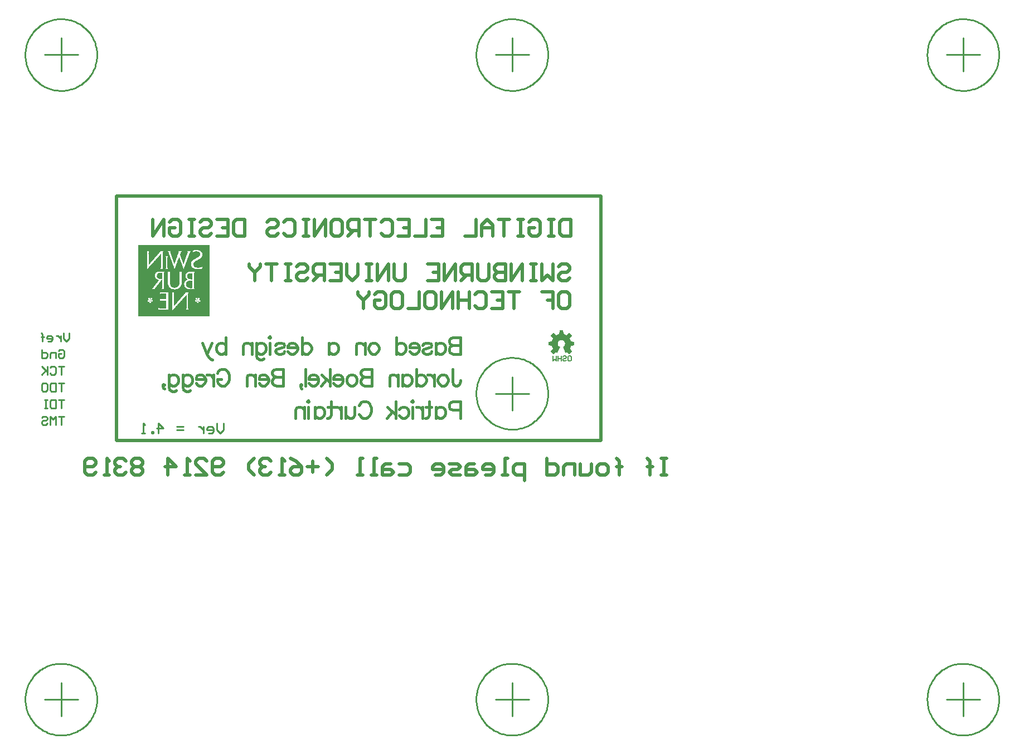
<source format=gbo>
G04*
G04 #@! TF.GenerationSoftware,Altium Limited,Altium Designer,20.0.13 (296)*
G04*
G04 Layer_Color=32896*
%FSLAX25Y25*%
%MOIN*%
G70*
G01*
G75*
%ADD10C,0.01000*%
%ADD15C,0.02000*%
%ADD27C,0.01500*%
%ADD96C,0.00700*%
G36*
X73160Y295485D02*
Y295385D01*
Y295285D01*
Y295185D01*
Y295085D01*
Y294985D01*
Y294885D01*
Y294785D01*
Y294685D01*
Y294585D01*
Y294485D01*
Y294385D01*
Y294285D01*
Y294185D01*
Y294085D01*
Y293985D01*
Y293885D01*
Y293785D01*
Y293685D01*
Y293585D01*
Y293485D01*
Y293385D01*
Y293285D01*
Y293185D01*
Y293085D01*
Y292985D01*
Y292885D01*
Y292785D01*
Y292685D01*
Y292585D01*
Y292485D01*
Y292385D01*
Y292285D01*
Y292185D01*
Y292085D01*
Y291985D01*
Y291885D01*
Y291785D01*
Y291685D01*
Y291585D01*
Y291485D01*
Y291385D01*
Y291285D01*
Y291185D01*
Y291085D01*
Y290985D01*
Y290885D01*
Y290785D01*
Y290685D01*
Y290585D01*
Y290485D01*
Y290385D01*
Y290285D01*
Y290185D01*
Y290085D01*
Y289985D01*
Y289885D01*
Y289785D01*
Y289685D01*
Y289585D01*
Y289485D01*
Y289385D01*
Y289285D01*
Y289185D01*
Y289085D01*
Y288985D01*
Y288885D01*
Y288785D01*
Y288685D01*
Y288585D01*
Y288485D01*
Y288385D01*
Y288285D01*
Y288185D01*
Y288085D01*
Y287985D01*
Y287885D01*
Y287785D01*
Y287685D01*
Y287585D01*
Y287485D01*
Y287385D01*
Y287285D01*
Y287185D01*
Y287085D01*
Y286985D01*
Y286885D01*
Y286785D01*
Y286685D01*
Y286585D01*
Y286485D01*
Y286385D01*
Y286285D01*
Y286185D01*
Y286085D01*
Y285985D01*
Y285885D01*
Y285785D01*
Y285685D01*
Y285585D01*
Y285485D01*
Y285385D01*
Y285285D01*
Y285185D01*
Y285085D01*
Y284985D01*
Y284885D01*
Y284785D01*
Y284685D01*
Y284585D01*
Y284485D01*
Y284385D01*
Y284285D01*
Y284185D01*
Y284085D01*
Y283985D01*
Y283885D01*
Y283785D01*
Y283685D01*
Y283585D01*
Y283485D01*
Y283385D01*
Y283285D01*
Y283185D01*
Y283085D01*
Y282985D01*
Y282885D01*
Y282785D01*
Y282685D01*
Y282585D01*
Y282485D01*
Y282385D01*
Y282285D01*
Y282185D01*
Y282085D01*
Y281985D01*
Y281885D01*
Y281785D01*
Y281685D01*
Y281585D01*
Y281485D01*
Y281385D01*
Y281285D01*
Y281185D01*
Y281085D01*
Y280985D01*
Y280885D01*
Y280785D01*
Y280685D01*
Y280585D01*
Y280485D01*
Y280385D01*
Y280285D01*
Y280185D01*
Y280085D01*
Y279985D01*
Y279885D01*
Y279785D01*
Y279685D01*
Y279585D01*
Y279485D01*
Y279385D01*
Y279285D01*
Y279185D01*
Y279085D01*
Y278985D01*
Y278885D01*
Y278785D01*
Y278685D01*
Y278585D01*
Y278485D01*
Y278385D01*
Y278285D01*
Y278185D01*
Y278085D01*
Y277985D01*
Y277885D01*
Y277785D01*
Y277685D01*
Y277585D01*
Y277485D01*
Y277385D01*
Y277285D01*
Y277185D01*
Y277085D01*
Y276985D01*
Y276885D01*
Y276785D01*
Y276685D01*
Y276585D01*
Y276485D01*
Y276385D01*
Y276285D01*
Y276185D01*
Y276085D01*
Y275985D01*
Y275885D01*
Y275785D01*
Y275685D01*
Y275585D01*
Y275485D01*
Y275385D01*
Y275285D01*
Y275185D01*
Y275085D01*
Y274985D01*
Y274885D01*
Y274785D01*
Y274685D01*
Y274585D01*
Y274485D01*
Y274385D01*
Y274285D01*
Y274185D01*
Y274085D01*
Y273985D01*
Y273885D01*
Y273785D01*
Y273685D01*
Y273585D01*
Y273485D01*
Y273385D01*
Y273285D01*
Y273185D01*
Y273085D01*
Y272985D01*
Y272885D01*
Y272785D01*
Y272685D01*
Y272585D01*
Y272485D01*
Y272385D01*
Y272285D01*
Y272185D01*
Y272085D01*
Y271985D01*
Y271885D01*
Y271785D01*
Y271685D01*
Y271585D01*
Y271485D01*
Y271385D01*
Y271285D01*
Y271185D01*
Y271085D01*
Y270985D01*
Y270885D01*
Y270785D01*
Y270685D01*
Y270585D01*
Y270485D01*
Y270385D01*
Y270285D01*
Y270185D01*
Y270085D01*
Y269985D01*
Y269885D01*
Y269785D01*
Y269685D01*
Y269585D01*
Y269485D01*
Y269385D01*
Y269285D01*
Y269185D01*
Y269085D01*
Y268985D01*
Y268885D01*
Y268785D01*
Y268685D01*
Y268585D01*
Y268485D01*
Y268385D01*
Y268285D01*
Y268185D01*
Y268085D01*
Y267985D01*
Y267885D01*
Y267785D01*
Y267685D01*
Y267585D01*
Y267485D01*
Y267385D01*
Y267285D01*
Y267185D01*
Y267085D01*
Y266985D01*
Y266885D01*
Y266785D01*
Y266685D01*
Y266585D01*
Y266485D01*
Y266385D01*
Y266285D01*
Y266185D01*
Y266085D01*
Y265985D01*
Y265885D01*
Y265785D01*
Y265685D01*
Y265585D01*
Y265485D01*
Y265385D01*
Y265285D01*
Y265185D01*
Y265085D01*
Y264985D01*
Y264885D01*
Y264785D01*
Y264685D01*
Y264585D01*
Y264485D01*
Y264385D01*
Y264285D01*
Y264185D01*
Y264085D01*
Y263985D01*
Y263885D01*
Y263785D01*
Y263685D01*
Y263585D01*
Y263485D01*
Y263385D01*
Y263285D01*
Y263185D01*
Y263085D01*
Y262985D01*
Y262885D01*
Y262785D01*
Y262685D01*
Y262585D01*
Y262485D01*
Y262385D01*
Y262285D01*
Y262185D01*
Y262085D01*
Y261985D01*
Y261885D01*
Y261785D01*
Y261685D01*
Y261585D01*
Y261485D01*
Y261385D01*
Y261285D01*
Y261185D01*
Y261085D01*
Y260985D01*
Y260885D01*
Y260785D01*
Y260685D01*
Y260585D01*
Y260485D01*
Y260385D01*
Y260285D01*
Y260185D01*
Y260085D01*
Y259985D01*
Y259885D01*
Y259785D01*
Y259685D01*
Y259585D01*
Y259485D01*
Y259385D01*
Y259285D01*
Y259185D01*
Y259085D01*
Y258985D01*
Y258885D01*
Y258785D01*
Y258685D01*
Y258585D01*
Y258485D01*
Y258385D01*
Y258285D01*
Y258185D01*
Y258085D01*
Y257985D01*
Y257885D01*
Y257785D01*
Y257685D01*
Y257585D01*
Y257485D01*
Y257385D01*
Y257285D01*
Y257185D01*
Y257085D01*
Y256985D01*
Y256885D01*
Y256785D01*
Y256685D01*
Y256585D01*
Y256485D01*
Y256385D01*
Y256285D01*
Y256185D01*
Y256085D01*
Y255985D01*
Y255885D01*
Y255785D01*
Y255685D01*
Y255585D01*
Y255485D01*
Y255385D01*
Y255285D01*
Y255185D01*
Y255085D01*
Y254985D01*
Y254885D01*
Y254785D01*
Y254685D01*
Y254585D01*
Y254485D01*
Y254385D01*
Y254285D01*
Y254185D01*
Y254085D01*
Y253985D01*
Y253885D01*
Y253785D01*
Y253685D01*
Y253585D01*
Y253485D01*
Y253385D01*
Y253285D01*
Y253185D01*
Y253085D01*
Y252985D01*
Y252885D01*
X30260D01*
Y252985D01*
Y253085D01*
Y253185D01*
Y253285D01*
Y253385D01*
Y253485D01*
Y253585D01*
Y253685D01*
Y253785D01*
Y253885D01*
Y253985D01*
Y254085D01*
Y254185D01*
Y254285D01*
Y254385D01*
Y254485D01*
Y254585D01*
Y254685D01*
Y254785D01*
Y254885D01*
Y254985D01*
Y255085D01*
Y255185D01*
Y255285D01*
Y255385D01*
Y255485D01*
Y255585D01*
Y255685D01*
Y255785D01*
Y255885D01*
Y255985D01*
Y256085D01*
Y256185D01*
Y256285D01*
Y256385D01*
Y256485D01*
Y256585D01*
Y256685D01*
Y256785D01*
Y256885D01*
Y256985D01*
Y257085D01*
Y257185D01*
Y257285D01*
Y257385D01*
Y257485D01*
Y257585D01*
Y257685D01*
Y257785D01*
Y257885D01*
Y257985D01*
Y258085D01*
Y258185D01*
Y258285D01*
Y258385D01*
Y258485D01*
Y258585D01*
Y258685D01*
Y258785D01*
Y258885D01*
Y258985D01*
Y259085D01*
Y259185D01*
Y259285D01*
Y259385D01*
Y259485D01*
Y259585D01*
Y259685D01*
Y259785D01*
Y259885D01*
Y259985D01*
Y260085D01*
Y260185D01*
Y260285D01*
Y260385D01*
Y260485D01*
Y260585D01*
Y260685D01*
Y260785D01*
Y260885D01*
Y260985D01*
Y261085D01*
Y261185D01*
Y261285D01*
Y261385D01*
Y261485D01*
Y261585D01*
Y261685D01*
Y261785D01*
Y261885D01*
Y261985D01*
Y262085D01*
Y262185D01*
Y262285D01*
Y262385D01*
Y262485D01*
Y262585D01*
Y262685D01*
Y262785D01*
Y262885D01*
Y262985D01*
Y263085D01*
Y263185D01*
Y263285D01*
Y263385D01*
Y263485D01*
Y263585D01*
Y263685D01*
Y263785D01*
Y263885D01*
Y263985D01*
Y264085D01*
Y264185D01*
Y264285D01*
Y264385D01*
Y264485D01*
Y264585D01*
Y264685D01*
Y264785D01*
Y264885D01*
Y264985D01*
Y265085D01*
Y265185D01*
Y265285D01*
Y265385D01*
Y265485D01*
Y265585D01*
Y265685D01*
Y265785D01*
Y265885D01*
Y265985D01*
Y266085D01*
Y266185D01*
Y266285D01*
Y266385D01*
Y266485D01*
Y266585D01*
Y266685D01*
Y266785D01*
Y266885D01*
Y266985D01*
Y267085D01*
Y267185D01*
Y267285D01*
Y267385D01*
Y267485D01*
Y267585D01*
Y267685D01*
Y267785D01*
Y267885D01*
Y267985D01*
Y268085D01*
Y268185D01*
Y268285D01*
Y268385D01*
Y268485D01*
Y268585D01*
Y268685D01*
Y268785D01*
Y268885D01*
Y268985D01*
Y269085D01*
Y269185D01*
Y269285D01*
Y269385D01*
Y269485D01*
Y269585D01*
Y269685D01*
Y269785D01*
Y269885D01*
Y269985D01*
Y270085D01*
Y270185D01*
Y270285D01*
Y270385D01*
Y270485D01*
Y270585D01*
Y270685D01*
Y270785D01*
Y270885D01*
Y270985D01*
Y271085D01*
Y271185D01*
Y271285D01*
Y271385D01*
Y271485D01*
Y271585D01*
Y271685D01*
Y271785D01*
Y271885D01*
Y271985D01*
Y272085D01*
Y272185D01*
Y272285D01*
Y272385D01*
Y272485D01*
Y272585D01*
Y272685D01*
Y272785D01*
Y272885D01*
Y272985D01*
Y273085D01*
Y273185D01*
Y273285D01*
Y273385D01*
Y273485D01*
Y273585D01*
Y273685D01*
Y273785D01*
Y273885D01*
Y273985D01*
Y274085D01*
Y274185D01*
Y274285D01*
Y274385D01*
Y274485D01*
Y274585D01*
Y274685D01*
Y274785D01*
Y274885D01*
Y274985D01*
Y275085D01*
Y275185D01*
Y275285D01*
Y275385D01*
Y275485D01*
Y275585D01*
Y275685D01*
Y275785D01*
Y275885D01*
Y275985D01*
Y276085D01*
Y276185D01*
Y276285D01*
Y276385D01*
Y276485D01*
Y276585D01*
Y276685D01*
Y276785D01*
Y276885D01*
Y276985D01*
Y277085D01*
Y277185D01*
Y277285D01*
Y277385D01*
Y277485D01*
Y277585D01*
Y277685D01*
Y277785D01*
Y277885D01*
Y277985D01*
Y278085D01*
Y278185D01*
Y278285D01*
Y278385D01*
Y278485D01*
Y278585D01*
Y278685D01*
Y278785D01*
Y278885D01*
Y278985D01*
Y279085D01*
Y279185D01*
Y279285D01*
Y279385D01*
Y279485D01*
Y279585D01*
Y279685D01*
Y279785D01*
Y279885D01*
Y279985D01*
Y280085D01*
Y280185D01*
Y280285D01*
Y280385D01*
Y280485D01*
Y280585D01*
Y280685D01*
Y280785D01*
Y280885D01*
Y280985D01*
Y281085D01*
Y281185D01*
Y281285D01*
Y281385D01*
Y281485D01*
Y281585D01*
Y281685D01*
Y281785D01*
Y281885D01*
Y281985D01*
Y282085D01*
Y282185D01*
Y282285D01*
Y282385D01*
Y282485D01*
Y282585D01*
Y282685D01*
Y282785D01*
Y282885D01*
Y282985D01*
Y283085D01*
Y283185D01*
Y283285D01*
Y283385D01*
Y283485D01*
Y283585D01*
Y283685D01*
Y283785D01*
Y283885D01*
Y283985D01*
Y284085D01*
Y284185D01*
Y284285D01*
Y284385D01*
Y284485D01*
Y284585D01*
Y284685D01*
Y284785D01*
Y284885D01*
Y284985D01*
Y285085D01*
Y285185D01*
Y285285D01*
Y285385D01*
Y285485D01*
Y285585D01*
Y285685D01*
Y285785D01*
Y285885D01*
Y285985D01*
Y286085D01*
Y286185D01*
Y286285D01*
Y286385D01*
Y286485D01*
Y286585D01*
Y286685D01*
Y286785D01*
Y286885D01*
Y286985D01*
Y287085D01*
Y287185D01*
Y287285D01*
Y287385D01*
Y287485D01*
Y287585D01*
Y287685D01*
Y287785D01*
Y287885D01*
Y287985D01*
Y288085D01*
Y288185D01*
Y288285D01*
Y288385D01*
Y288485D01*
Y288585D01*
Y288685D01*
Y288785D01*
Y288885D01*
Y288985D01*
Y289085D01*
Y289185D01*
Y289285D01*
Y289385D01*
Y289485D01*
Y289585D01*
Y289685D01*
Y289785D01*
Y289885D01*
Y289985D01*
Y290085D01*
Y290185D01*
Y290285D01*
Y290385D01*
Y290485D01*
Y290585D01*
Y290685D01*
Y290785D01*
Y290885D01*
Y290985D01*
Y291085D01*
Y291185D01*
Y291285D01*
Y291385D01*
Y291485D01*
Y291585D01*
Y291685D01*
Y291785D01*
Y291885D01*
Y291985D01*
Y292085D01*
Y292185D01*
Y292285D01*
Y292385D01*
Y292485D01*
Y292585D01*
Y292685D01*
Y292785D01*
Y292885D01*
Y292985D01*
Y293085D01*
Y293185D01*
Y293285D01*
Y293385D01*
Y293485D01*
Y293585D01*
Y293685D01*
Y293785D01*
Y293885D01*
Y293985D01*
Y294085D01*
Y294185D01*
Y294285D01*
Y294385D01*
Y294485D01*
Y294585D01*
Y294685D01*
Y294785D01*
Y294885D01*
Y294985D01*
Y295085D01*
Y295185D01*
Y295285D01*
Y295385D01*
Y295485D01*
Y295585D01*
X73160D01*
Y295485D01*
D02*
G37*
G36*
X284470Y244396D02*
X284492Y244374D01*
X284514Y244308D01*
X284887Y242336D01*
Y242314D01*
X284909Y242292D01*
X284930Y242248D01*
X284974Y242226D01*
X286311Y241678D01*
X286443D01*
X288087Y242840D01*
X288153D01*
X288197Y242818D01*
X288240Y242796D01*
X289643Y241437D01*
Y241415D01*
Y241349D01*
Y241327D01*
Y241283D01*
X288525Y239639D01*
Y239617D01*
Y239574D01*
Y239552D01*
Y239486D01*
X289139Y238127D01*
Y238105D01*
X289161Y238083D01*
X289183Y238061D01*
X289227Y238039D01*
X291112Y237710D01*
X291134D01*
X291156Y237688D01*
X291178Y237667D01*
X291200Y237601D01*
Y235628D01*
Y235606D01*
Y235584D01*
X291156Y235540D01*
X291112Y235518D01*
X289271Y235146D01*
X289227D01*
X289205Y235102D01*
X289183Y235058D01*
X288569Y233589D01*
Y233568D01*
Y233524D01*
Y233502D01*
Y233458D01*
X289643Y231880D01*
Y231836D01*
Y231814D01*
Y231792D01*
X288240Y230389D01*
X288218Y230367D01*
X288197D01*
X288131Y230345D01*
X288087Y230389D01*
X286575Y231419D01*
X286443D01*
X285785Y231047D01*
X285741D01*
X285698Y231069D01*
X285676Y231091D01*
X284273Y234444D01*
Y234466D01*
Y234488D01*
X284317Y234576D01*
X284514Y234685D01*
X284536Y234707D01*
X284558Y234729D01*
X284602Y234773D01*
X284624D01*
X284646Y234795D01*
X284755Y234883D01*
X284909Y235014D01*
X285106Y235211D01*
X285281Y235475D01*
X285435Y235781D01*
X285544Y236154D01*
X285588Y236351D01*
Y236571D01*
Y236614D01*
Y236724D01*
X285566Y236899D01*
X285500Y237119D01*
X285435Y237360D01*
X285325Y237623D01*
X285172Y237886D01*
X284952Y238127D01*
X284930Y238149D01*
X284843Y238236D01*
X284711Y238346D01*
X284536Y238456D01*
X284317Y238587D01*
X284054Y238675D01*
X283747Y238763D01*
X283418Y238785D01*
X283265D01*
X283111Y238741D01*
X282892Y238697D01*
X282651Y238631D01*
X282388Y238499D01*
X282125Y238346D01*
X281884Y238127D01*
X281862Y238105D01*
X281796Y238017D01*
X281686Y237886D01*
X281577Y237688D01*
X281445Y237469D01*
X281358Y237206D01*
X281270Y236899D01*
X281248Y236571D01*
Y236549D01*
Y236527D01*
Y236461D01*
X281270Y236373D01*
X281292Y236154D01*
X281379Y235891D01*
X281489Y235606D01*
X281664Y235299D01*
X281906Y235014D01*
X282059Y234883D01*
X282234Y234773D01*
X282256Y234751D01*
X282300Y234707D01*
X282322D01*
X282344Y234685D01*
X282519Y234576D01*
X282541Y234554D01*
X282563Y234444D01*
X281204Y231091D01*
X281160Y231069D01*
X281116Y231047D01*
X281051D01*
X280393Y231419D01*
X280261D01*
X278749Y230389D01*
Y230367D01*
X278705D01*
X278661Y230345D01*
X278618Y230389D01*
X277193Y231792D01*
Y231836D01*
Y231858D01*
Y231880D01*
X278267Y233458D01*
Y233480D01*
Y233524D01*
Y233546D01*
Y233589D01*
X277653Y235058D01*
Y235080D01*
Y235102D01*
X277609Y235124D01*
X277565Y235146D01*
X275724Y235518D01*
X275702D01*
X275680Y235540D01*
X275658Y235562D01*
X275636Y235628D01*
Y237601D01*
Y237623D01*
X275658Y237667D01*
X275680Y237688D01*
X275724Y237710D01*
X277609Y238039D01*
X277631D01*
X277653Y238061D01*
X277697Y238083D01*
X277763Y238127D01*
X278311Y239486D01*
Y239508D01*
Y239574D01*
Y239596D01*
Y239617D01*
Y239639D01*
X277193Y241283D01*
Y241305D01*
Y241349D01*
Y241371D01*
Y241437D01*
X278618Y242796D01*
X278661Y242818D01*
X278749Y242840D01*
X280393Y241678D01*
X280546D01*
X281862Y242226D01*
X281884D01*
X281906Y242248D01*
X281927Y242270D01*
X281949Y242336D01*
X282344Y244308D01*
Y244330D01*
X282366Y244374D01*
X282388Y244396D01*
X282432Y244418D01*
X284426D01*
X284470Y244396D01*
D02*
G37*
%LPC*%
G36*
X61560Y291885D02*
X60060D01*
Y291785D01*
X59860D01*
Y291685D01*
X59960D01*
Y291585D01*
Y291485D01*
Y291385D01*
Y291285D01*
Y291185D01*
Y291085D01*
Y290985D01*
X59860D01*
Y290885D01*
Y290785D01*
Y290685D01*
X59760D01*
Y290585D01*
Y290485D01*
X59660D01*
Y290385D01*
Y290285D01*
Y290185D01*
X59560D01*
Y290085D01*
Y289985D01*
Y289885D01*
X59460D01*
Y289785D01*
Y289685D01*
Y289585D01*
X59360D01*
Y289485D01*
Y289385D01*
X59260D01*
Y289285D01*
Y289185D01*
Y289085D01*
X59160D01*
Y288985D01*
Y288885D01*
Y288785D01*
Y288685D01*
X59060D01*
Y288585D01*
Y288485D01*
X58960D01*
Y288385D01*
Y288285D01*
Y288185D01*
X58860D01*
Y288085D01*
Y287985D01*
Y287885D01*
X58760D01*
Y287785D01*
Y287685D01*
Y287585D01*
X58660D01*
Y287485D01*
Y287385D01*
X58560D01*
Y287285D01*
Y287185D01*
Y287085D01*
X58460D01*
Y286985D01*
Y286885D01*
Y286785D01*
Y286685D01*
X58360D01*
Y286585D01*
Y286485D01*
X58260D01*
Y286385D01*
Y286285D01*
Y286185D01*
X58160D01*
Y286085D01*
Y285985D01*
Y285885D01*
X58060D01*
Y285785D01*
Y285685D01*
Y285585D01*
X57960D01*
Y285485D01*
Y285385D01*
X57860D01*
Y285285D01*
Y285185D01*
Y285085D01*
X57760D01*
Y284985D01*
Y284885D01*
Y284785D01*
X57660D01*
Y284685D01*
Y284585D01*
Y284485D01*
X57560D01*
Y284385D01*
Y284285D01*
X57460D01*
Y284185D01*
X57360D01*
Y284285D01*
Y284385D01*
X57260D01*
Y284485D01*
Y284585D01*
X57160D01*
Y284685D01*
Y284785D01*
Y284885D01*
X57060D01*
Y284985D01*
Y285085D01*
Y285185D01*
X56960D01*
Y285285D01*
Y285385D01*
Y285485D01*
X56860D01*
Y285585D01*
Y285685D01*
X56760D01*
Y285785D01*
Y285885D01*
Y285985D01*
X56660D01*
Y286085D01*
Y286185D01*
Y286285D01*
X56560D01*
Y286385D01*
Y286485D01*
X56460D01*
Y286585D01*
Y286685D01*
Y286785D01*
X56360D01*
Y286885D01*
Y286985D01*
Y287085D01*
X56260D01*
Y287185D01*
Y287285D01*
Y287385D01*
X56160D01*
Y287485D01*
Y287585D01*
X56060D01*
Y287685D01*
Y287785D01*
Y287885D01*
X55960D01*
Y287985D01*
Y288085D01*
Y288185D01*
X55860D01*
Y288285D01*
Y288385D01*
X55760D01*
Y288485D01*
Y288585D01*
X55660D01*
Y288685D01*
Y288785D01*
Y288885D01*
X55560D01*
Y288985D01*
Y289085D01*
Y289185D01*
X55460D01*
Y289285D01*
Y289385D01*
X55360D01*
Y289485D01*
Y289585D01*
Y289685D01*
X55260D01*
Y289785D01*
Y289885D01*
X55360D01*
Y289985D01*
Y290085D01*
Y290185D01*
X55460D01*
Y290285D01*
Y290385D01*
X55560D01*
Y290485D01*
Y290585D01*
X55660D01*
Y290685D01*
Y290785D01*
Y290885D01*
X55760D01*
Y290985D01*
Y291085D01*
X55860D01*
Y291185D01*
Y291285D01*
X55960D01*
Y291385D01*
X56060D01*
Y291485D01*
Y291585D01*
X56260D01*
Y291685D01*
Y291785D01*
X56160D01*
Y291885D01*
X54560D01*
Y291785D01*
X54460D01*
Y291685D01*
X54560D01*
Y291585D01*
Y291485D01*
Y291385D01*
Y291285D01*
Y291185D01*
Y291085D01*
X54460D01*
Y290985D01*
Y290885D01*
Y290785D01*
X54360D01*
Y290685D01*
Y290585D01*
X54260D01*
Y290485D01*
Y290385D01*
Y290285D01*
X54160D01*
Y290185D01*
Y290085D01*
Y289985D01*
X54060D01*
Y289885D01*
Y289785D01*
Y289685D01*
X53960D01*
Y289585D01*
Y289485D01*
X53860D01*
Y289385D01*
Y289285D01*
Y289185D01*
X53760D01*
Y289085D01*
Y288985D01*
Y288885D01*
X53660D01*
Y288785D01*
Y288685D01*
X53560D01*
Y288585D01*
Y288485D01*
Y288385D01*
Y288285D01*
X53460D01*
Y288185D01*
Y288085D01*
Y287985D01*
X53360D01*
Y287885D01*
Y287785D01*
X53260D01*
Y287685D01*
Y287585D01*
Y287485D01*
X53160D01*
Y287385D01*
Y287285D01*
Y287185D01*
X53060D01*
Y287085D01*
Y286985D01*
Y286885D01*
X52960D01*
Y286785D01*
Y286685D01*
X52860D01*
Y286585D01*
Y286485D01*
Y286385D01*
X52760D01*
Y286285D01*
Y286185D01*
Y286085D01*
X52660D01*
Y285985D01*
Y285885D01*
Y285785D01*
X52560D01*
Y285685D01*
Y285585D01*
X52460D01*
Y285485D01*
Y285385D01*
Y285285D01*
X52360D01*
Y285185D01*
Y285085D01*
Y284985D01*
X52260D01*
Y284885D01*
Y284785D01*
X52160D01*
Y284685D01*
Y284585D01*
Y284485D01*
X52060D01*
Y284385D01*
Y284285D01*
Y284185D01*
Y284085D01*
X51960D01*
Y284185D01*
X51860D01*
Y284285D01*
Y284385D01*
X51760D01*
Y284485D01*
Y284585D01*
Y284685D01*
X51660D01*
Y284785D01*
Y284885D01*
Y284985D01*
Y285085D01*
X51560D01*
Y285185D01*
Y285285D01*
X51460D01*
Y285385D01*
Y285485D01*
Y285585D01*
X51360D01*
Y285685D01*
Y285785D01*
Y285885D01*
Y285985D01*
X51260D01*
Y286085D01*
Y286185D01*
Y286285D01*
X51160D01*
Y286385D01*
Y286485D01*
X51060D01*
Y286585D01*
Y286685D01*
Y286785D01*
X50960D01*
Y286885D01*
Y286985D01*
Y287085D01*
Y287185D01*
X50860D01*
Y287285D01*
Y287385D01*
X50760D01*
Y287485D01*
Y287585D01*
Y287685D01*
X50660D01*
Y287785D01*
Y287885D01*
Y287985D01*
X50560D01*
Y288085D01*
Y288185D01*
Y288285D01*
X50460D01*
Y288385D01*
Y288485D01*
X50360D01*
Y288585D01*
Y288685D01*
Y288785D01*
Y288885D01*
X50260D01*
Y288985D01*
Y289085D01*
Y289185D01*
X50160D01*
Y289285D01*
Y289385D01*
Y289485D01*
X50060D01*
Y289585D01*
Y289685D01*
X49960D01*
Y289785D01*
Y289885D01*
Y289985D01*
Y290085D01*
X49860D01*
Y290185D01*
Y290285D01*
Y290385D01*
X49760D01*
Y290485D01*
Y290585D01*
Y290685D01*
X49660D01*
Y290785D01*
Y290885D01*
Y290985D01*
X49560D01*
Y291085D01*
Y291185D01*
Y291285D01*
X49460D01*
Y291385D01*
Y291485D01*
Y291585D01*
X49560D01*
Y291685D01*
Y291785D01*
X49460D01*
Y291885D01*
X48260D01*
Y291785D01*
X48060D01*
Y291685D01*
X48160D01*
Y291585D01*
X48260D01*
Y291485D01*
X48360D01*
Y291385D01*
Y291285D01*
X48460D01*
Y291185D01*
Y291085D01*
X48560D01*
Y290985D01*
Y290885D01*
X48660D01*
Y290785D01*
Y290685D01*
Y290585D01*
X48760D01*
Y290485D01*
Y290385D01*
X48860D01*
Y290285D01*
Y290185D01*
Y290085D01*
Y289985D01*
X48960D01*
Y289885D01*
Y289785D01*
X49060D01*
Y289685D01*
Y289585D01*
Y289485D01*
X49160D01*
Y289385D01*
Y289285D01*
Y289185D01*
X49260D01*
Y289085D01*
Y288985D01*
Y288885D01*
X49360D01*
Y288785D01*
Y288685D01*
X49460D01*
Y288585D01*
Y288485D01*
Y288385D01*
X49560D01*
Y288285D01*
Y288185D01*
Y288085D01*
X49660D01*
Y287985D01*
Y287885D01*
Y287785D01*
X49760D01*
Y287685D01*
Y287585D01*
X49860D01*
Y287485D01*
Y287385D01*
Y287285D01*
X49960D01*
Y287185D01*
Y287085D01*
Y286985D01*
X50060D01*
Y286885D01*
Y286785D01*
Y286685D01*
X50160D01*
Y286585D01*
Y286485D01*
X50260D01*
Y286385D01*
Y286285D01*
Y286185D01*
X50360D01*
Y286085D01*
Y285985D01*
Y285885D01*
X50460D01*
Y285785D01*
Y285685D01*
Y285585D01*
X50560D01*
Y285485D01*
Y285385D01*
Y285285D01*
X50660D01*
Y285185D01*
Y285085D01*
Y284985D01*
X50760D01*
Y284885D01*
Y284785D01*
X50860D01*
Y284685D01*
Y284585D01*
Y284485D01*
X50960D01*
Y284385D01*
Y284285D01*
Y284185D01*
X51060D01*
Y284085D01*
Y283985D01*
Y283885D01*
X51160D01*
Y283785D01*
Y283685D01*
X51260D01*
Y283585D01*
Y283485D01*
Y283385D01*
X51360D01*
Y283285D01*
Y283185D01*
Y283085D01*
X51460D01*
Y282985D01*
Y282885D01*
Y282785D01*
X51560D01*
Y282685D01*
Y282585D01*
X51660D01*
Y282485D01*
Y282385D01*
Y282285D01*
X51760D01*
Y282185D01*
Y282085D01*
Y281985D01*
X51860D01*
Y281885D01*
Y281785D01*
Y281685D01*
X51960D01*
Y281585D01*
Y281485D01*
X52060D01*
Y281385D01*
Y281285D01*
X52160D01*
Y281385D01*
Y281485D01*
X52260D01*
Y281585D01*
Y281685D01*
Y281785D01*
X52360D01*
Y281885D01*
Y281985D01*
X52460D01*
Y282085D01*
Y282185D01*
Y282285D01*
X52560D01*
Y282385D01*
Y282485D01*
Y282585D01*
X52660D01*
Y282685D01*
Y282785D01*
X52760D01*
Y282885D01*
Y282985D01*
Y283085D01*
X52860D01*
Y283185D01*
Y283285D01*
Y283385D01*
X52960D01*
Y283485D01*
Y283585D01*
X53060D01*
Y283685D01*
Y283785D01*
Y283885D01*
X53160D01*
Y283985D01*
Y284085D01*
Y284185D01*
X53260D01*
Y284285D01*
Y284385D01*
Y284485D01*
X53360D01*
Y284585D01*
Y284685D01*
X53460D01*
Y284785D01*
Y284885D01*
Y284985D01*
X53560D01*
Y285085D01*
Y285185D01*
Y285285D01*
X53660D01*
Y285385D01*
Y285485D01*
X53760D01*
Y285585D01*
Y285685D01*
Y285785D01*
X53860D01*
Y285885D01*
Y285985D01*
Y286085D01*
X53960D01*
Y286185D01*
Y286285D01*
Y286385D01*
X54060D01*
Y286485D01*
Y286585D01*
X54160D01*
Y286685D01*
Y286785D01*
Y286885D01*
X54260D01*
Y286985D01*
Y287085D01*
Y287185D01*
X54360D01*
Y287285D01*
Y287385D01*
X54460D01*
Y287485D01*
Y287585D01*
X54560D01*
Y287685D01*
Y287785D01*
Y287885D01*
Y287985D01*
X54660D01*
Y288085D01*
Y288185D01*
X54760D01*
Y288285D01*
Y288385D01*
X54960D01*
Y288285D01*
Y288185D01*
Y288085D01*
X55060D01*
Y287985D01*
Y287885D01*
Y287785D01*
X55160D01*
Y287685D01*
Y287585D01*
X55260D01*
Y287485D01*
Y287385D01*
Y287285D01*
Y287185D01*
X55360D01*
Y287085D01*
Y286985D01*
X55460D01*
Y286885D01*
Y286785D01*
Y286685D01*
X55560D01*
Y286585D01*
Y286485D01*
Y286385D01*
X55660D01*
Y286285D01*
Y286185D01*
Y286085D01*
X55760D01*
Y285985D01*
Y285885D01*
X55860D01*
Y285785D01*
Y285685D01*
Y285585D01*
X55960D01*
Y285485D01*
Y285385D01*
Y285285D01*
X56060D01*
Y285185D01*
Y285085D01*
Y284985D01*
X56160D01*
Y284885D01*
Y284785D01*
X56260D01*
Y284685D01*
Y284585D01*
Y284485D01*
X56360D01*
Y284385D01*
Y284285D01*
Y284185D01*
X56460D01*
Y284085D01*
Y283985D01*
Y283885D01*
X56560D01*
Y283785D01*
Y283685D01*
X56660D01*
Y283585D01*
Y283485D01*
Y283385D01*
X56760D01*
Y283285D01*
Y283185D01*
Y283085D01*
X56860D01*
Y282985D01*
Y282885D01*
X56960D01*
Y282785D01*
Y282685D01*
Y282585D01*
X57060D01*
Y282485D01*
Y282385D01*
Y282285D01*
X57160D01*
Y282185D01*
Y282085D01*
Y281985D01*
X57260D01*
Y281885D01*
Y281785D01*
X57360D01*
Y281685D01*
Y281585D01*
Y281485D01*
X57460D01*
Y281385D01*
Y281285D01*
X57560D01*
Y281385D01*
X57660D01*
Y281485D01*
Y281585D01*
X57760D01*
Y281685D01*
Y281785D01*
Y281885D01*
X57860D01*
Y281985D01*
Y282085D01*
Y282185D01*
X57960D01*
Y282285D01*
Y282385D01*
X58060D01*
Y282485D01*
Y282585D01*
Y282685D01*
X58160D01*
Y282785D01*
Y282885D01*
Y282985D01*
X58260D01*
Y283085D01*
Y283185D01*
Y283285D01*
X58360D01*
Y283385D01*
Y283485D01*
X58460D01*
Y283585D01*
Y283685D01*
Y283785D01*
X58560D01*
Y283885D01*
Y283985D01*
Y284085D01*
X58660D01*
Y284185D01*
Y284285D01*
X58760D01*
Y284385D01*
Y284485D01*
Y284585D01*
X58860D01*
Y284685D01*
Y284785D01*
Y284885D01*
X58960D01*
Y284985D01*
Y285085D01*
Y285185D01*
X59060D01*
Y285285D01*
Y285385D01*
X59160D01*
Y285485D01*
Y285585D01*
Y285685D01*
X59260D01*
Y285785D01*
Y285885D01*
Y285985D01*
X59360D01*
Y286085D01*
Y286185D01*
X59460D01*
Y286285D01*
Y286385D01*
Y286485D01*
X59560D01*
Y286585D01*
Y286685D01*
Y286785D01*
X59660D01*
Y286885D01*
Y286985D01*
X59760D01*
Y287085D01*
Y287185D01*
Y287285D01*
X59860D01*
Y287385D01*
Y287485D01*
X59960D01*
Y287585D01*
Y287685D01*
Y287785D01*
Y287885D01*
X60060D01*
Y287985D01*
Y288085D01*
X60160D01*
Y288185D01*
Y288285D01*
X60260D01*
Y288385D01*
Y288485D01*
Y288585D01*
X60360D01*
Y288685D01*
Y288785D01*
Y288885D01*
X60460D01*
Y288985D01*
Y289085D01*
X60560D01*
Y289185D01*
Y289285D01*
Y289385D01*
X60660D01*
Y289485D01*
Y289585D01*
Y289685D01*
X60760D01*
Y289785D01*
Y289885D01*
Y289985D01*
X60860D01*
Y290085D01*
Y290185D01*
X60960D01*
Y290285D01*
Y290385D01*
Y290485D01*
X61060D01*
Y290585D01*
Y290685D01*
Y290785D01*
X61160D01*
Y290885D01*
Y290985D01*
X61260D01*
Y291085D01*
Y291185D01*
Y291285D01*
X61360D01*
Y291385D01*
Y291485D01*
X61460D01*
Y291585D01*
X61560D01*
Y291685D01*
X61660D01*
Y291785D01*
X61560D01*
Y291885D01*
D02*
G37*
G36*
X45160D02*
X43860D01*
Y291785D01*
X43660D01*
Y291685D01*
X43560D01*
Y291585D01*
X43460D01*
Y291485D01*
Y291385D01*
X43360D01*
Y291285D01*
X43260D01*
Y291185D01*
X43160D01*
Y291085D01*
X43060D01*
Y290985D01*
X42960D01*
Y290885D01*
X42860D01*
Y290785D01*
Y290685D01*
X42760D01*
Y290585D01*
X42660D01*
Y290485D01*
X42560D01*
Y290385D01*
X42460D01*
Y290285D01*
X42360D01*
Y290185D01*
X42260D01*
Y290085D01*
X42160D01*
Y289985D01*
Y289885D01*
X42060D01*
Y289785D01*
X41960D01*
Y289685D01*
X41860D01*
Y289585D01*
X41760D01*
Y289485D01*
X41660D01*
Y289385D01*
X41560D01*
Y289285D01*
X41460D01*
Y289185D01*
Y289085D01*
X41360D01*
Y288985D01*
X41260D01*
Y288885D01*
X41160D01*
Y288785D01*
X41060D01*
Y288685D01*
X40960D01*
Y288585D01*
X40860D01*
Y288485D01*
X40760D01*
Y288385D01*
X40660D01*
Y288285D01*
Y288185D01*
X40560D01*
Y288085D01*
X40460D01*
Y287985D01*
X40360D01*
Y287885D01*
X40260D01*
Y287785D01*
X40160D01*
Y287685D01*
X40060D01*
Y287585D01*
X39960D01*
Y287485D01*
Y287385D01*
X39860D01*
Y287285D01*
X39760D01*
Y287185D01*
X39660D01*
Y287085D01*
X39560D01*
Y286985D01*
X39460D01*
Y286885D01*
X39360D01*
Y286785D01*
X39260D01*
Y286685D01*
Y286585D01*
X39160D01*
Y286485D01*
X39060D01*
Y286385D01*
X38960D01*
Y286285D01*
X38860D01*
Y286185D01*
X38760D01*
Y286085D01*
X38660D01*
Y285985D01*
X38560D01*
Y285885D01*
X38460D01*
Y285785D01*
Y285685D01*
X38360D01*
Y285585D01*
X38260D01*
Y285485D01*
X38160D01*
Y285385D01*
X38060D01*
Y285285D01*
Y285185D01*
X37860D01*
Y285085D01*
Y284985D01*
X37760D01*
Y284885D01*
X37660D01*
Y284785D01*
X37560D01*
Y284685D01*
X37460D01*
Y284585D01*
X37360D01*
Y284485D01*
X37260D01*
Y284385D01*
X37160D01*
Y284285D01*
Y284185D01*
X37060D01*
Y284085D01*
X36960D01*
Y283985D01*
X36860D01*
Y283885D01*
X36760D01*
Y283785D01*
X36660D01*
Y283685D01*
X36560D01*
Y283785D01*
Y283885D01*
Y283985D01*
Y284085D01*
Y284185D01*
Y284285D01*
Y284385D01*
Y284485D01*
Y284585D01*
Y284685D01*
Y284785D01*
Y284885D01*
Y284985D01*
Y285085D01*
Y285185D01*
Y285285D01*
Y285385D01*
Y285485D01*
Y285585D01*
Y285685D01*
Y285785D01*
Y285885D01*
Y285985D01*
Y286085D01*
Y286185D01*
Y286285D01*
Y286385D01*
Y286485D01*
Y286585D01*
Y286685D01*
Y286785D01*
Y286885D01*
Y286985D01*
Y287085D01*
Y287185D01*
Y287285D01*
Y287385D01*
Y287485D01*
Y287585D01*
Y287685D01*
Y287785D01*
Y287885D01*
Y287985D01*
Y288085D01*
Y288185D01*
Y288285D01*
Y288385D01*
Y288485D01*
Y288585D01*
Y288685D01*
Y288785D01*
Y288885D01*
Y288985D01*
Y289085D01*
Y289185D01*
Y289285D01*
Y289385D01*
Y289485D01*
Y289585D01*
Y289685D01*
Y289785D01*
Y289885D01*
Y289985D01*
Y290085D01*
Y290185D01*
Y290285D01*
Y290385D01*
X36460D01*
Y290485D01*
Y290585D01*
Y290685D01*
X36560D01*
Y290785D01*
Y290885D01*
Y290985D01*
Y291085D01*
Y291185D01*
Y291285D01*
Y291385D01*
Y291485D01*
X36660D01*
Y291585D01*
Y291685D01*
Y291785D01*
X36560D01*
Y291885D01*
X35560D01*
Y291785D01*
Y291685D01*
Y291585D01*
Y291485D01*
Y291385D01*
X35660D01*
Y291285D01*
Y291185D01*
Y291085D01*
Y290985D01*
Y290885D01*
Y290785D01*
Y290685D01*
Y290585D01*
Y290485D01*
Y290385D01*
Y290285D01*
Y290185D01*
Y290085D01*
Y289985D01*
Y289885D01*
Y289785D01*
Y289685D01*
Y289585D01*
Y289485D01*
Y289385D01*
Y289285D01*
Y289185D01*
Y289085D01*
Y288985D01*
Y288885D01*
Y288785D01*
Y288685D01*
Y288585D01*
Y288485D01*
Y288385D01*
Y288285D01*
Y288185D01*
Y288085D01*
Y287985D01*
Y287885D01*
Y287785D01*
Y287685D01*
Y287585D01*
Y287485D01*
Y287385D01*
Y287285D01*
Y287185D01*
Y287085D01*
Y286985D01*
Y286885D01*
Y286785D01*
Y286685D01*
Y286585D01*
Y286485D01*
Y286385D01*
Y286285D01*
Y286185D01*
Y286085D01*
Y285985D01*
Y285885D01*
Y285785D01*
Y285685D01*
Y285585D01*
Y285485D01*
Y285385D01*
Y285285D01*
Y285185D01*
Y285085D01*
Y284985D01*
Y284885D01*
Y284785D01*
Y284685D01*
Y284585D01*
Y284485D01*
Y284385D01*
Y284285D01*
Y284185D01*
Y284085D01*
Y283985D01*
Y283885D01*
Y283785D01*
Y283685D01*
Y283585D01*
Y283485D01*
Y283385D01*
Y283285D01*
Y283185D01*
Y283085D01*
Y282985D01*
Y282885D01*
Y282785D01*
Y282685D01*
Y282585D01*
Y282485D01*
Y282385D01*
Y282285D01*
Y282185D01*
Y282085D01*
Y281985D01*
Y281885D01*
Y281785D01*
Y281685D01*
Y281585D01*
Y281485D01*
Y281385D01*
Y281285D01*
Y281185D01*
X35760D01*
Y281285D01*
X35960D01*
Y281385D01*
Y281485D01*
X36060D01*
Y281585D01*
X36160D01*
Y281685D01*
X36260D01*
Y281785D01*
X36360D01*
Y281885D01*
X36460D01*
Y281985D01*
X36560D01*
Y282085D01*
X36660D01*
Y282185D01*
X36760D01*
Y282285D01*
Y282385D01*
X36860D01*
Y282485D01*
X36960D01*
Y282585D01*
X37060D01*
Y282685D01*
X37160D01*
Y282785D01*
X37260D01*
Y282885D01*
X37360D01*
Y282985D01*
X37460D01*
Y283085D01*
X37560D01*
Y283185D01*
X37660D01*
Y283285D01*
X37760D01*
Y283385D01*
Y283485D01*
X37860D01*
Y283585D01*
X37960D01*
Y283685D01*
X38060D01*
Y283785D01*
X38160D01*
Y283885D01*
X38260D01*
Y283985D01*
X38360D01*
Y284085D01*
X38460D01*
Y284185D01*
X38560D01*
Y284285D01*
X38660D01*
Y284385D01*
X38760D01*
Y284485D01*
Y284585D01*
X38860D01*
Y284685D01*
X38960D01*
Y284785D01*
X39060D01*
Y284885D01*
X39160D01*
Y284985D01*
X39260D01*
Y285085D01*
X39360D01*
Y285185D01*
X39460D01*
Y285285D01*
X39560D01*
Y285385D01*
X39660D01*
Y285485D01*
Y285585D01*
X39760D01*
Y285685D01*
X39860D01*
Y285785D01*
X39960D01*
Y285885D01*
X40060D01*
Y285985D01*
X40160D01*
Y286085D01*
X40260D01*
Y286185D01*
X40360D01*
Y286285D01*
X40460D01*
Y286385D01*
X40560D01*
Y286485D01*
X40660D01*
Y286585D01*
Y286685D01*
X40760D01*
Y286785D01*
X40860D01*
Y286885D01*
X40960D01*
Y286985D01*
X41060D01*
Y287085D01*
X41160D01*
Y287185D01*
X41260D01*
Y287285D01*
X41360D01*
Y287385D01*
X41460D01*
Y287485D01*
X41560D01*
Y287585D01*
X41660D01*
Y287685D01*
X41760D01*
Y287785D01*
Y287885D01*
X41860D01*
Y287985D01*
X41960D01*
Y288085D01*
X42060D01*
Y288185D01*
X42160D01*
Y288285D01*
X42260D01*
Y288385D01*
X42360D01*
Y288485D01*
X42460D01*
Y288585D01*
Y288685D01*
X42660D01*
Y288785D01*
X42760D01*
Y288885D01*
Y288985D01*
X42860D01*
Y289085D01*
X42960D01*
Y289185D01*
X43060D01*
Y289285D01*
X43160D01*
Y289385D01*
X43260D01*
Y289485D01*
X43360D01*
Y289585D01*
X43460D01*
Y289685D01*
Y289785D01*
X43560D01*
Y289885D01*
X43660D01*
Y289985D01*
X43760D01*
Y290085D01*
X43860D01*
Y290185D01*
X43960D01*
Y290085D01*
X44060D01*
Y289985D01*
Y289885D01*
Y289785D01*
Y289685D01*
Y289585D01*
Y289485D01*
Y289385D01*
Y289285D01*
Y289185D01*
Y289085D01*
Y288985D01*
Y288885D01*
Y288785D01*
Y288685D01*
Y288585D01*
Y288485D01*
Y288385D01*
Y288285D01*
Y288185D01*
Y288085D01*
Y287985D01*
Y287885D01*
Y287785D01*
Y287685D01*
Y287585D01*
Y287485D01*
Y287385D01*
Y287285D01*
Y287185D01*
Y287085D01*
Y286985D01*
Y286885D01*
Y286785D01*
Y286685D01*
Y286585D01*
Y286485D01*
Y286385D01*
Y286285D01*
Y286185D01*
Y286085D01*
Y285985D01*
Y285885D01*
Y285785D01*
Y285685D01*
Y285585D01*
Y285485D01*
Y285385D01*
Y285285D01*
Y285185D01*
Y285085D01*
Y284985D01*
Y284885D01*
Y284785D01*
Y284685D01*
Y284585D01*
Y284485D01*
Y284385D01*
Y284285D01*
Y284185D01*
Y284085D01*
Y283985D01*
Y283885D01*
Y283785D01*
Y283685D01*
Y283585D01*
Y283485D01*
Y283385D01*
Y283285D01*
Y283185D01*
Y283085D01*
Y282985D01*
Y282885D01*
Y282785D01*
Y282685D01*
Y282585D01*
Y282485D01*
Y282385D01*
Y282285D01*
X43960D01*
Y282185D01*
Y282085D01*
Y281985D01*
Y281885D01*
Y281785D01*
X43860D01*
Y281685D01*
Y281585D01*
Y281485D01*
Y281385D01*
X45060D01*
Y281485D01*
X45160D01*
Y281585D01*
X45060D01*
Y281685D01*
Y281785D01*
X44960D01*
Y281885D01*
Y281985D01*
Y282085D01*
Y282185D01*
Y282285D01*
Y282385D01*
Y282485D01*
Y282585D01*
Y282685D01*
Y282785D01*
Y282885D01*
Y282985D01*
Y283085D01*
Y283185D01*
Y283285D01*
Y283385D01*
Y283485D01*
Y283585D01*
Y283685D01*
Y283785D01*
Y283885D01*
Y283985D01*
Y284085D01*
Y284185D01*
Y284285D01*
Y284385D01*
Y284485D01*
Y284585D01*
Y284685D01*
Y284785D01*
Y284885D01*
Y284985D01*
Y285085D01*
Y285185D01*
Y285285D01*
Y285385D01*
Y285485D01*
Y285585D01*
Y285685D01*
Y285785D01*
Y285885D01*
Y285985D01*
Y286085D01*
Y286185D01*
Y286285D01*
Y286385D01*
Y286485D01*
Y286585D01*
Y286685D01*
Y286785D01*
Y286885D01*
Y286985D01*
Y287085D01*
Y287185D01*
Y287285D01*
Y287385D01*
Y287485D01*
Y287585D01*
Y287685D01*
Y287785D01*
Y287885D01*
Y287985D01*
Y288085D01*
Y288185D01*
Y288285D01*
Y288385D01*
Y288485D01*
Y288585D01*
Y288685D01*
Y288785D01*
Y288885D01*
Y288985D01*
Y289085D01*
Y289185D01*
Y289285D01*
Y289385D01*
Y289485D01*
Y289585D01*
Y289685D01*
Y289785D01*
Y289885D01*
Y289985D01*
Y290085D01*
Y290185D01*
Y290285D01*
Y290385D01*
Y290485D01*
Y290585D01*
Y290685D01*
Y290785D01*
Y290885D01*
Y290985D01*
Y291085D01*
Y291185D01*
Y291285D01*
Y291385D01*
X45060D01*
Y291485D01*
Y291585D01*
X45160D01*
Y291685D01*
X45260D01*
Y291785D01*
X45160D01*
Y291885D01*
D02*
G37*
G36*
X48060Y288785D02*
X46760D01*
Y288685D01*
X46860D01*
Y288585D01*
Y288485D01*
X46960D01*
Y288385D01*
Y288285D01*
Y288185D01*
Y288085D01*
Y287985D01*
Y287885D01*
Y287785D01*
Y287685D01*
Y287585D01*
Y287485D01*
Y287385D01*
Y287285D01*
Y287185D01*
Y287085D01*
Y286985D01*
Y286885D01*
Y286785D01*
Y286685D01*
Y286585D01*
Y286485D01*
Y286385D01*
Y286285D01*
Y286185D01*
Y286085D01*
Y285985D01*
Y285885D01*
Y285785D01*
Y285685D01*
Y285585D01*
Y285485D01*
Y285385D01*
Y285285D01*
Y285185D01*
Y285085D01*
Y284985D01*
Y284885D01*
Y284785D01*
Y284685D01*
Y284585D01*
Y284485D01*
Y284385D01*
Y284285D01*
Y284185D01*
Y284085D01*
Y283985D01*
Y283885D01*
Y283785D01*
Y283685D01*
Y283585D01*
Y283485D01*
Y283385D01*
Y283285D01*
Y283185D01*
Y283085D01*
Y282985D01*
Y282885D01*
Y282785D01*
Y282685D01*
Y282585D01*
Y282485D01*
Y282385D01*
Y282285D01*
Y282185D01*
Y282085D01*
Y281985D01*
Y281885D01*
Y281785D01*
Y281685D01*
X46860D01*
Y281585D01*
Y281485D01*
Y281385D01*
X47960D01*
Y281485D01*
X48060D01*
Y281585D01*
X47960D01*
Y281685D01*
Y281785D01*
X47860D01*
Y281885D01*
Y281985D01*
Y282085D01*
Y282185D01*
Y282285D01*
Y282385D01*
Y282485D01*
Y282585D01*
Y282685D01*
Y282785D01*
Y282885D01*
Y282985D01*
Y283085D01*
Y283185D01*
Y283285D01*
Y283385D01*
Y283485D01*
Y283585D01*
Y283685D01*
Y283785D01*
Y283885D01*
Y283985D01*
Y284085D01*
Y284185D01*
Y284285D01*
Y284385D01*
Y284485D01*
Y284585D01*
Y284685D01*
Y284785D01*
Y284885D01*
Y284985D01*
Y285085D01*
Y285185D01*
Y285285D01*
Y285385D01*
Y285485D01*
Y285585D01*
Y285685D01*
Y285785D01*
Y285885D01*
Y285985D01*
Y286085D01*
Y286185D01*
Y286285D01*
Y286385D01*
Y286485D01*
Y286585D01*
Y286685D01*
Y286785D01*
Y286885D01*
Y286985D01*
Y287085D01*
Y287185D01*
Y287285D01*
Y287385D01*
Y287485D01*
Y287585D01*
Y287685D01*
Y287785D01*
Y287885D01*
Y287985D01*
Y288085D01*
Y288185D01*
Y288285D01*
Y288385D01*
X47960D01*
Y288485D01*
Y288585D01*
X48060D01*
Y288685D01*
Y288785D01*
D02*
G37*
G36*
X65860Y292585D02*
X64660D01*
Y292485D01*
X63660D01*
Y292385D01*
X63160D01*
Y292285D01*
X63060D01*
Y292185D01*
X62960D01*
Y292085D01*
Y291985D01*
Y291885D01*
Y291785D01*
Y291685D01*
Y291585D01*
Y291485D01*
Y291385D01*
Y291285D01*
Y291185D01*
X63160D01*
Y291285D01*
X63260D01*
Y291385D01*
X63460D01*
Y291485D01*
X63560D01*
Y291585D01*
X63860D01*
Y291685D01*
X64260D01*
Y291785D01*
X65060D01*
Y291885D01*
X65360D01*
Y291785D01*
X65860D01*
Y291685D01*
X66160D01*
Y291585D01*
X66460D01*
Y291485D01*
X66560D01*
Y291385D01*
X66760D01*
Y291285D01*
X66860D01*
Y291185D01*
X66960D01*
Y291085D01*
X67060D01*
Y290985D01*
X67160D01*
Y290885D01*
X67260D01*
Y290785D01*
Y290685D01*
X67360D01*
Y290585D01*
Y290485D01*
X67460D01*
Y290385D01*
Y290285D01*
Y290185D01*
Y290085D01*
Y289985D01*
Y289885D01*
Y289785D01*
Y289685D01*
Y289585D01*
X67360D01*
Y289485D01*
Y289385D01*
X67260D01*
Y289285D01*
Y289185D01*
X67160D01*
Y289085D01*
X67060D01*
Y288985D01*
Y288885D01*
X66960D01*
Y288785D01*
X66760D01*
Y288685D01*
X66660D01*
Y288585D01*
X66560D01*
Y288485D01*
X66360D01*
Y288385D01*
X66160D01*
Y288285D01*
X66060D01*
Y288185D01*
X65860D01*
Y288085D01*
X65660D01*
Y287985D01*
X65460D01*
Y287885D01*
X65360D01*
Y287785D01*
X65160D01*
Y287685D01*
X64960D01*
Y287585D01*
X64860D01*
Y287485D01*
X64660D01*
Y287385D01*
X64460D01*
Y287285D01*
X64260D01*
Y287185D01*
X64160D01*
Y287085D01*
X63960D01*
Y286985D01*
X63760D01*
Y286885D01*
X63560D01*
Y286785D01*
X63460D01*
Y286685D01*
X63260D01*
Y286585D01*
X63160D01*
Y286485D01*
X62960D01*
Y286385D01*
X62860D01*
Y286285D01*
X62760D01*
Y286185D01*
X62660D01*
Y286085D01*
X62560D01*
Y285985D01*
X62460D01*
Y285885D01*
X62360D01*
Y285785D01*
Y285685D01*
X62260D01*
Y285585D01*
X62160D01*
Y285485D01*
Y285385D01*
Y285285D01*
X62060D01*
Y285185D01*
Y285085D01*
Y284985D01*
Y284885D01*
X61960D01*
Y284785D01*
Y284685D01*
Y284585D01*
Y284485D01*
Y284385D01*
Y284285D01*
Y284185D01*
Y284085D01*
Y283985D01*
Y283885D01*
Y283785D01*
Y283685D01*
Y283585D01*
Y283485D01*
Y283385D01*
X62060D01*
Y283285D01*
Y283185D01*
Y283085D01*
Y282985D01*
X62160D01*
Y282885D01*
Y282785D01*
X62260D01*
Y282685D01*
X62360D01*
Y282585D01*
Y282485D01*
X62460D01*
Y282385D01*
X62560D01*
Y282285D01*
X62660D01*
Y282185D01*
X62760D01*
Y282085D01*
X62860D01*
Y281985D01*
X63060D01*
Y281885D01*
X63260D01*
Y281785D01*
X63360D01*
Y281685D01*
X63660D01*
Y281585D01*
X63960D01*
Y281485D01*
X64160D01*
Y281385D01*
X64560D01*
Y281285D01*
X65460D01*
Y281185D01*
X67160D01*
Y281285D01*
X68060D01*
Y281385D01*
X68360D01*
Y281485D01*
X68560D01*
Y281585D01*
X68660D01*
Y281685D01*
Y281785D01*
Y281885D01*
Y281985D01*
Y282085D01*
Y282185D01*
Y282285D01*
Y282385D01*
Y282485D01*
Y282585D01*
Y282685D01*
X68460D01*
Y282585D01*
X68360D01*
Y282485D01*
X68260D01*
Y282385D01*
X68060D01*
Y282285D01*
X67760D01*
Y282185D01*
X67560D01*
Y282085D01*
X67060D01*
Y281985D01*
X65260D01*
Y282085D01*
X64760D01*
Y282185D01*
X64560D01*
Y282285D01*
X64360D01*
Y282385D01*
X64160D01*
Y282485D01*
X64060D01*
Y282585D01*
X63860D01*
Y282685D01*
X63760D01*
Y282785D01*
Y282885D01*
X63660D01*
Y282985D01*
X63560D01*
Y283085D01*
Y283185D01*
X63460D01*
Y283285D01*
Y283385D01*
Y283485D01*
X63360D01*
Y283585D01*
Y283685D01*
Y283785D01*
Y283885D01*
Y283985D01*
Y284085D01*
Y284185D01*
Y284285D01*
Y284385D01*
Y284485D01*
Y284585D01*
X63460D01*
Y284685D01*
Y284785D01*
Y284885D01*
X63560D01*
Y284985D01*
Y285085D01*
X63660D01*
Y285185D01*
X63760D01*
Y285285D01*
X63860D01*
Y285385D01*
X63960D01*
Y285485D01*
X64060D01*
Y285585D01*
X64260D01*
Y285685D01*
X64360D01*
Y285785D01*
X64460D01*
Y285885D01*
X64660D01*
Y285985D01*
X64860D01*
Y286085D01*
X64960D01*
Y286185D01*
X65160D01*
Y286285D01*
X65360D01*
Y286385D01*
X65560D01*
Y286485D01*
X65660D01*
Y286585D01*
X65860D01*
Y286685D01*
X66060D01*
Y286785D01*
X66160D01*
Y286885D01*
X66360D01*
Y286985D01*
X66560D01*
Y287085D01*
X66760D01*
Y287185D01*
X66860D01*
Y287285D01*
X67060D01*
Y287385D01*
X67260D01*
Y287485D01*
X67360D01*
Y287585D01*
X67460D01*
Y287685D01*
X67660D01*
Y287785D01*
X67760D01*
Y287885D01*
X67860D01*
Y287985D01*
X67960D01*
Y288085D01*
X68060D01*
Y288185D01*
X68160D01*
Y288285D01*
X68260D01*
Y288385D01*
X68360D01*
Y288485D01*
Y288585D01*
X68460D01*
Y288685D01*
Y288785D01*
X68560D01*
Y288885D01*
Y288985D01*
Y289085D01*
X68660D01*
Y289185D01*
Y289285D01*
Y289385D01*
Y289485D01*
X68760D01*
Y289585D01*
Y289685D01*
Y289785D01*
Y289885D01*
Y289985D01*
Y290085D01*
Y290185D01*
Y290285D01*
X68660D01*
Y290385D01*
Y290485D01*
Y290585D01*
X68560D01*
Y290685D01*
Y290785D01*
Y290885D01*
X68460D01*
Y290985D01*
Y291085D01*
X68360D01*
Y291185D01*
X68260D01*
Y291285D01*
Y291385D01*
X68160D01*
Y291485D01*
X68060D01*
Y291585D01*
X67960D01*
Y291685D01*
X67860D01*
Y291785D01*
X67760D01*
Y291885D01*
X67560D01*
Y291985D01*
X67460D01*
Y292085D01*
X67260D01*
Y292185D01*
X67060D01*
Y292285D01*
X66760D01*
Y292385D01*
X66360D01*
Y292485D01*
X65860D01*
Y292585D01*
D02*
G37*
G36*
X56360Y279585D02*
X54960D01*
Y279485D01*
Y279385D01*
Y279285D01*
X55060D01*
Y279185D01*
Y279085D01*
Y278985D01*
Y278885D01*
Y278785D01*
Y278685D01*
Y278585D01*
Y278485D01*
Y278385D01*
Y278285D01*
Y278185D01*
Y278085D01*
Y277985D01*
Y277885D01*
Y277785D01*
Y277685D01*
Y277585D01*
Y277485D01*
Y277385D01*
Y277285D01*
Y277185D01*
Y277085D01*
Y276985D01*
Y276885D01*
Y276785D01*
Y276685D01*
Y276585D01*
Y276485D01*
Y276385D01*
Y276285D01*
Y276185D01*
Y276085D01*
Y275985D01*
Y275885D01*
Y275785D01*
Y275685D01*
Y275585D01*
Y275485D01*
Y275385D01*
Y275285D01*
Y275185D01*
Y275085D01*
Y274985D01*
Y274885D01*
Y274785D01*
Y274685D01*
Y274585D01*
Y274485D01*
Y274385D01*
Y274285D01*
Y274185D01*
Y274085D01*
Y273985D01*
Y273885D01*
Y273785D01*
Y273685D01*
Y273585D01*
Y273485D01*
Y273385D01*
Y273285D01*
Y273185D01*
Y273085D01*
Y272985D01*
Y272885D01*
Y272785D01*
Y272685D01*
Y272585D01*
Y272485D01*
Y272385D01*
Y272285D01*
Y272185D01*
X54960D01*
Y272085D01*
Y271985D01*
Y271885D01*
Y271785D01*
X54860D01*
Y271685D01*
Y271585D01*
X54760D01*
Y271485D01*
Y271385D01*
X54660D01*
Y271285D01*
Y271185D01*
X54560D01*
Y271085D01*
X54460D01*
Y270985D01*
X54360D01*
Y270885D01*
X54260D01*
Y270785D01*
X54160D01*
Y270685D01*
X54060D01*
Y270585D01*
X53960D01*
Y270485D01*
X53860D01*
Y270385D01*
X53660D01*
Y270285D01*
X53460D01*
Y270185D01*
X53260D01*
Y270085D01*
X52860D01*
Y269985D01*
X52460D01*
Y269885D01*
X51860D01*
Y269985D01*
X51360D01*
Y270085D01*
X51060D01*
Y270185D01*
X50760D01*
Y270285D01*
X50660D01*
Y270385D01*
X50460D01*
Y270485D01*
X50360D01*
Y270585D01*
X50260D01*
Y270685D01*
X50160D01*
Y270785D01*
X50060D01*
Y270885D01*
X49960D01*
Y270985D01*
X49860D01*
Y271085D01*
Y271185D01*
X49760D01*
Y271285D01*
X49660D01*
Y271385D01*
Y271485D01*
X49560D01*
Y271585D01*
Y271685D01*
Y271785D01*
X49460D01*
Y271885D01*
Y271985D01*
Y272085D01*
Y272185D01*
X49360D01*
Y272285D01*
Y272385D01*
Y272485D01*
Y272585D01*
Y272685D01*
Y272785D01*
Y272885D01*
Y272985D01*
Y273085D01*
Y273185D01*
Y273285D01*
Y273385D01*
Y273485D01*
Y273585D01*
Y273685D01*
Y273785D01*
Y273885D01*
Y273985D01*
Y274085D01*
Y274185D01*
Y274285D01*
Y274385D01*
Y274485D01*
Y274585D01*
Y274685D01*
Y274785D01*
Y274885D01*
Y274985D01*
Y275085D01*
Y275185D01*
Y275285D01*
Y275385D01*
Y275485D01*
Y275585D01*
Y275685D01*
Y275785D01*
Y275885D01*
Y275985D01*
Y276085D01*
Y276185D01*
Y276285D01*
Y276385D01*
Y276485D01*
Y276585D01*
Y276685D01*
Y276785D01*
Y276885D01*
Y276985D01*
Y277085D01*
Y277185D01*
Y277285D01*
Y277385D01*
Y277485D01*
Y277585D01*
Y277685D01*
Y277785D01*
Y277885D01*
Y277985D01*
Y278085D01*
Y278185D01*
Y278285D01*
Y278385D01*
Y278485D01*
Y278585D01*
Y278685D01*
Y278785D01*
Y278885D01*
Y278985D01*
Y279085D01*
X49460D01*
Y279185D01*
Y279285D01*
Y279385D01*
Y279485D01*
Y279585D01*
X48060D01*
Y279485D01*
Y279385D01*
X48160D01*
Y279285D01*
Y279185D01*
Y279085D01*
Y278985D01*
Y278885D01*
Y278785D01*
Y278685D01*
Y278585D01*
Y278485D01*
Y278385D01*
Y278285D01*
Y278185D01*
Y278085D01*
Y277985D01*
Y277885D01*
Y277785D01*
Y277685D01*
Y277585D01*
Y277485D01*
Y277385D01*
Y277285D01*
Y277185D01*
Y277085D01*
Y276985D01*
Y276885D01*
Y276785D01*
Y276685D01*
Y276585D01*
Y276485D01*
Y276385D01*
Y276285D01*
Y276185D01*
Y276085D01*
Y275985D01*
Y275885D01*
Y275785D01*
Y275685D01*
Y275585D01*
Y275485D01*
Y275385D01*
Y275285D01*
Y275185D01*
Y275085D01*
Y274985D01*
Y274885D01*
Y274785D01*
Y274685D01*
Y274585D01*
Y274485D01*
Y274385D01*
Y274285D01*
Y274185D01*
Y274085D01*
Y273985D01*
Y273885D01*
Y273785D01*
Y273685D01*
Y273585D01*
Y273485D01*
Y273385D01*
Y273285D01*
Y273185D01*
Y273085D01*
Y272985D01*
Y272885D01*
Y272785D01*
Y272685D01*
Y272585D01*
Y272485D01*
Y272385D01*
Y272285D01*
Y272185D01*
Y272085D01*
Y271985D01*
X48260D01*
Y271885D01*
Y271785D01*
Y271685D01*
Y271585D01*
X48360D01*
Y271485D01*
Y271385D01*
Y271285D01*
X48460D01*
Y271185D01*
Y271085D01*
X48560D01*
Y270985D01*
Y270885D01*
X48660D01*
Y270785D01*
Y270685D01*
X48760D01*
Y270585D01*
X48860D01*
Y270485D01*
Y270385D01*
X48960D01*
Y270285D01*
X49060D01*
Y270185D01*
X49160D01*
Y270085D01*
X49260D01*
Y269985D01*
X49360D01*
Y269885D01*
X49460D01*
Y269785D01*
X49660D01*
Y269685D01*
X49760D01*
Y269585D01*
X49960D01*
Y269485D01*
X50160D01*
Y269385D01*
X50360D01*
Y269285D01*
X50560D01*
Y269185D01*
X50960D01*
Y269085D01*
X51560D01*
Y268985D01*
X52760D01*
Y269085D01*
X53360D01*
Y269185D01*
X53760D01*
Y269285D01*
X53960D01*
Y269385D01*
X54160D01*
Y269485D01*
X54360D01*
Y269585D01*
X54560D01*
Y269685D01*
X54660D01*
Y269785D01*
X54860D01*
Y269885D01*
X54960D01*
Y269985D01*
X55060D01*
Y270085D01*
X55260D01*
Y270185D01*
X55360D01*
Y270285D01*
Y270385D01*
X55460D01*
Y270485D01*
X55560D01*
Y270585D01*
X55660D01*
Y270685D01*
Y270785D01*
X55760D01*
Y270885D01*
X55860D01*
Y270985D01*
Y271085D01*
X55960D01*
Y271185D01*
Y271285D01*
X56060D01*
Y271385D01*
Y271485D01*
Y271585D01*
Y271685D01*
X56160D01*
Y271785D01*
Y271885D01*
Y271985D01*
X56260D01*
Y272085D01*
Y272185D01*
Y272285D01*
Y272385D01*
Y272485D01*
Y272585D01*
Y272685D01*
Y272785D01*
Y272885D01*
Y272985D01*
Y273085D01*
Y273185D01*
Y273285D01*
Y273385D01*
Y273485D01*
Y273585D01*
Y273685D01*
Y273785D01*
Y273885D01*
Y273985D01*
Y274085D01*
Y274185D01*
Y274285D01*
Y274385D01*
Y274485D01*
Y274585D01*
Y274685D01*
Y274785D01*
Y274885D01*
Y274985D01*
Y275085D01*
Y275185D01*
Y275285D01*
Y275385D01*
Y275485D01*
Y275585D01*
Y275685D01*
Y275785D01*
Y275885D01*
Y275985D01*
Y276085D01*
Y276185D01*
Y276285D01*
Y276385D01*
Y276485D01*
Y276585D01*
Y276685D01*
Y276785D01*
Y276885D01*
Y276985D01*
Y277085D01*
Y277185D01*
Y277285D01*
Y277385D01*
Y277485D01*
Y277585D01*
Y277685D01*
Y277785D01*
Y277885D01*
Y277985D01*
Y278085D01*
Y278185D01*
Y278285D01*
Y278385D01*
Y278485D01*
Y278585D01*
Y278685D01*
Y278785D01*
Y278885D01*
Y278985D01*
Y279085D01*
Y279185D01*
Y279285D01*
X56360D01*
Y279385D01*
Y279485D01*
Y279585D01*
D02*
G37*
G36*
X64160D02*
X60660D01*
Y279485D01*
X60260D01*
Y279385D01*
X60060D01*
Y279285D01*
X59860D01*
Y279185D01*
X59660D01*
Y279085D01*
X59560D01*
Y278985D01*
X59460D01*
Y278885D01*
X59360D01*
Y278785D01*
X59260D01*
Y278685D01*
X59160D01*
Y278585D01*
X59060D01*
Y278485D01*
Y278385D01*
X58960D01*
Y278285D01*
X58860D01*
Y278185D01*
Y278085D01*
Y277985D01*
X58760D01*
Y277885D01*
Y277785D01*
Y277685D01*
X58660D01*
Y277585D01*
Y277485D01*
Y277385D01*
X58560D01*
Y277285D01*
Y277185D01*
Y277085D01*
Y276985D01*
Y276885D01*
Y276785D01*
Y276685D01*
Y276585D01*
X58660D01*
Y276485D01*
Y276385D01*
Y276285D01*
X58760D01*
Y276185D01*
Y276085D01*
Y275985D01*
X58860D01*
Y275885D01*
Y275785D01*
X58960D01*
Y275685D01*
X59060D01*
Y275585D01*
X59160D01*
Y275485D01*
X59260D01*
Y275385D01*
X59360D01*
Y275285D01*
X59460D01*
Y275185D01*
X59660D01*
Y275085D01*
X59860D01*
Y274985D01*
X59960D01*
Y274885D01*
Y274785D01*
X59660D01*
Y274685D01*
X59460D01*
Y274585D01*
X59260D01*
Y274485D01*
X59060D01*
Y274385D01*
X58860D01*
Y274285D01*
X58760D01*
Y274185D01*
X58660D01*
Y274085D01*
X58560D01*
Y273985D01*
X58460D01*
Y273885D01*
X58360D01*
Y273785D01*
Y273685D01*
X58260D01*
Y273585D01*
X58160D01*
Y273485D01*
Y273385D01*
Y273285D01*
X58060D01*
Y273185D01*
Y273085D01*
Y272985D01*
X57960D01*
Y272885D01*
Y272785D01*
Y272685D01*
Y272585D01*
Y272485D01*
X57860D01*
Y272385D01*
Y272285D01*
Y272185D01*
Y272085D01*
Y271985D01*
Y271885D01*
Y271785D01*
X57960D01*
Y271685D01*
Y271585D01*
Y271485D01*
Y271385D01*
Y271285D01*
X58060D01*
Y271185D01*
Y271085D01*
Y270985D01*
X58160D01*
Y270885D01*
Y270785D01*
Y270685D01*
X58260D01*
Y270585D01*
X58360D01*
Y270485D01*
Y270385D01*
X58460D01*
Y270285D01*
X58560D01*
Y270185D01*
X58660D01*
Y270085D01*
X58760D01*
Y269985D01*
X58860D01*
Y269885D01*
X58960D01*
Y269785D01*
X59160D01*
Y269685D01*
X59260D01*
Y269585D01*
X59460D01*
Y269485D01*
X59660D01*
Y269385D01*
X59960D01*
Y269285D01*
X60360D01*
Y269185D01*
X64060D01*
Y269285D01*
Y269385D01*
X63960D01*
Y269485D01*
Y269585D01*
Y269685D01*
X63860D01*
Y269785D01*
Y269885D01*
Y269985D01*
Y270085D01*
Y270185D01*
Y270285D01*
Y270385D01*
Y270485D01*
Y270585D01*
Y270685D01*
Y270785D01*
Y270885D01*
Y270985D01*
Y271085D01*
Y271185D01*
Y271285D01*
Y271385D01*
Y271485D01*
Y271585D01*
Y271685D01*
Y271785D01*
Y271885D01*
Y271985D01*
Y272085D01*
Y272185D01*
Y272285D01*
Y272385D01*
Y272485D01*
Y272585D01*
Y272685D01*
Y272785D01*
Y272885D01*
Y272985D01*
Y273085D01*
Y273185D01*
Y273285D01*
Y273385D01*
Y273485D01*
Y273585D01*
Y273685D01*
Y273785D01*
Y273885D01*
Y273985D01*
Y274085D01*
Y274185D01*
Y274285D01*
Y274385D01*
Y274485D01*
Y274585D01*
Y274685D01*
Y274785D01*
Y274885D01*
Y274985D01*
Y275085D01*
Y275185D01*
Y275285D01*
Y275385D01*
Y275485D01*
Y275585D01*
Y275685D01*
Y275785D01*
Y275885D01*
Y275985D01*
Y276085D01*
Y276185D01*
Y276285D01*
Y276385D01*
Y276485D01*
Y276585D01*
Y276685D01*
Y276785D01*
Y276885D01*
Y276985D01*
Y277085D01*
Y277185D01*
Y277285D01*
Y277385D01*
Y277485D01*
Y277585D01*
Y277685D01*
Y277785D01*
Y277885D01*
Y277985D01*
Y278085D01*
Y278185D01*
Y278285D01*
Y278385D01*
Y278485D01*
Y278585D01*
Y278685D01*
Y278785D01*
X63960D01*
Y278885D01*
Y278985D01*
Y279085D01*
Y279185D01*
X64060D01*
Y279285D01*
X64160D01*
Y279385D01*
Y279485D01*
Y279585D01*
D02*
G37*
G36*
X45960D02*
X42360D01*
Y279485D01*
X41860D01*
Y279385D01*
X41660D01*
Y279285D01*
X41460D01*
Y279185D01*
X41260D01*
Y279085D01*
X41160D01*
Y278985D01*
X41060D01*
Y278885D01*
X40960D01*
Y278785D01*
X40860D01*
Y278685D01*
X40760D01*
Y278585D01*
X40660D01*
Y278485D01*
Y278385D01*
X40560D01*
Y278285D01*
Y278185D01*
X40460D01*
Y278085D01*
Y277985D01*
X40360D01*
Y277885D01*
Y277785D01*
Y277685D01*
Y277585D01*
Y277485D01*
Y277385D01*
Y277285D01*
Y277185D01*
Y277085D01*
Y276985D01*
Y276885D01*
Y276785D01*
Y276685D01*
Y276585D01*
Y276485D01*
X40460D01*
Y276385D01*
Y276285D01*
X40560D01*
Y276185D01*
Y276085D01*
X40660D01*
Y275985D01*
Y275885D01*
X40760D01*
Y275785D01*
Y275685D01*
X40860D01*
Y275585D01*
X40960D01*
Y275485D01*
X41060D01*
Y275385D01*
X41160D01*
Y275285D01*
X41260D01*
Y275185D01*
X41360D01*
Y275085D01*
X41560D01*
Y274985D01*
X41660D01*
Y274885D01*
X41960D01*
Y274785D01*
X42360D01*
Y274685D01*
X42860D01*
Y274585D01*
X42960D01*
Y274485D01*
X42760D01*
Y274385D01*
Y274285D01*
X42660D01*
Y274185D01*
X42560D01*
Y274085D01*
X42460D01*
Y273985D01*
X42360D01*
Y273885D01*
X42260D01*
Y273785D01*
X42160D01*
Y273685D01*
X42060D01*
Y273585D01*
Y273485D01*
X41960D01*
Y273385D01*
X41860D01*
Y273285D01*
X41760D01*
Y273185D01*
Y273085D01*
X41660D01*
Y272985D01*
X41560D01*
Y272885D01*
X41460D01*
Y272785D01*
Y272685D01*
X41360D01*
Y272585D01*
X41260D01*
Y272485D01*
X41160D01*
Y272385D01*
X41060D01*
Y272285D01*
X40960D01*
Y272185D01*
Y272085D01*
X40860D01*
Y271985D01*
X40760D01*
Y271885D01*
X40660D01*
Y271785D01*
Y271685D01*
X40560D01*
Y271585D01*
X40460D01*
Y271485D01*
X40360D01*
Y271385D01*
Y271285D01*
X40260D01*
Y271185D01*
X40160D01*
Y271085D01*
X40060D01*
Y270985D01*
X39960D01*
Y270885D01*
X39860D01*
Y270785D01*
Y270685D01*
X39760D01*
Y270585D01*
X39660D01*
Y270485D01*
X39560D01*
Y270385D01*
Y270285D01*
X39460D01*
Y270185D01*
X39360D01*
Y270085D01*
X39260D01*
Y269985D01*
X39160D01*
Y269885D01*
Y269785D01*
X39060D01*
Y269685D01*
X38860D01*
Y269585D01*
X38760D01*
Y269485D01*
X38660D01*
Y269385D01*
X38560D01*
Y269285D01*
X38460D01*
Y269185D01*
X38360D01*
Y269085D01*
X39960D01*
Y269185D01*
X40060D01*
Y269285D01*
X40160D01*
Y269385D01*
X40260D01*
Y269485D01*
Y269585D01*
X40360D01*
Y269685D01*
X40460D01*
Y269785D01*
X40560D01*
Y269885D01*
X40660D01*
Y269985D01*
Y270085D01*
X40760D01*
Y270185D01*
X40860D01*
Y270285D01*
X40960D01*
Y270385D01*
Y270485D01*
X41060D01*
Y270585D01*
X41160D01*
Y270685D01*
X41260D01*
Y270785D01*
Y270885D01*
X41360D01*
Y270985D01*
X41460D01*
Y271085D01*
X41560D01*
Y271185D01*
X41660D01*
Y271285D01*
Y271385D01*
X41760D01*
Y271485D01*
X41860D01*
Y271585D01*
X41960D01*
Y271685D01*
Y271785D01*
X42060D01*
Y271885D01*
X42160D01*
Y271985D01*
X42260D01*
Y272085D01*
X42360D01*
Y272185D01*
Y272285D01*
X42460D01*
Y272385D01*
X42560D01*
Y272485D01*
X42660D01*
Y272585D01*
Y272685D01*
X42760D01*
Y272785D01*
X42860D01*
Y272885D01*
X42960D01*
Y272985D01*
X43060D01*
Y273085D01*
Y273185D01*
X43160D01*
Y273285D01*
X43260D01*
Y273385D01*
X43360D01*
Y273485D01*
Y273585D01*
X43460D01*
Y273685D01*
X43560D01*
Y273785D01*
X43660D01*
Y273885D01*
Y273985D01*
X43760D01*
Y274085D01*
X43860D01*
Y274185D01*
X43960D01*
Y274285D01*
Y274385D01*
X44060D01*
Y274485D01*
X44160D01*
Y274585D01*
X44260D01*
Y274685D01*
Y274785D01*
X44360D01*
Y274885D01*
X44560D01*
Y274785D01*
Y274685D01*
Y274585D01*
Y274485D01*
Y274385D01*
Y274285D01*
Y274185D01*
Y274085D01*
Y273985D01*
Y273885D01*
Y273785D01*
Y273685D01*
Y273585D01*
Y273485D01*
Y273385D01*
Y273285D01*
Y273185D01*
Y273085D01*
Y272985D01*
Y272885D01*
Y272785D01*
Y272685D01*
Y272585D01*
Y272485D01*
Y272385D01*
Y272285D01*
Y272185D01*
Y272085D01*
Y271985D01*
Y271885D01*
Y271785D01*
Y271685D01*
Y271585D01*
Y271485D01*
Y271385D01*
Y271285D01*
Y271185D01*
Y271085D01*
Y270985D01*
Y270885D01*
Y270785D01*
Y270685D01*
Y270585D01*
Y270485D01*
Y270385D01*
Y270285D01*
Y270185D01*
Y270085D01*
Y269985D01*
Y269885D01*
Y269785D01*
Y269685D01*
Y269585D01*
Y269485D01*
X44460D01*
Y269385D01*
Y269285D01*
Y269185D01*
X45960D01*
Y269285D01*
Y269385D01*
X45860D01*
Y269485D01*
Y269585D01*
X45760D01*
Y269685D01*
Y269785D01*
Y269885D01*
Y269985D01*
Y270085D01*
Y270185D01*
Y270285D01*
Y270385D01*
Y270485D01*
Y270585D01*
Y270685D01*
Y270785D01*
Y270885D01*
Y270985D01*
Y271085D01*
Y271185D01*
Y271285D01*
Y271385D01*
Y271485D01*
Y271585D01*
Y271685D01*
Y271785D01*
Y271885D01*
Y271985D01*
Y272085D01*
Y272185D01*
Y272285D01*
Y272385D01*
Y272485D01*
Y272585D01*
Y272685D01*
Y272785D01*
Y272885D01*
Y272985D01*
Y273085D01*
Y273185D01*
Y273285D01*
Y273385D01*
Y273485D01*
Y273585D01*
Y273685D01*
Y273785D01*
Y273885D01*
Y273985D01*
Y274085D01*
Y274185D01*
Y274285D01*
Y274385D01*
Y274485D01*
Y274585D01*
Y274685D01*
Y274785D01*
Y274885D01*
Y274985D01*
Y275085D01*
Y275185D01*
Y275285D01*
Y275385D01*
Y275485D01*
Y275585D01*
Y275685D01*
Y275785D01*
Y275885D01*
Y275985D01*
Y276085D01*
Y276185D01*
Y276285D01*
Y276385D01*
Y276485D01*
Y276585D01*
Y276685D01*
Y276785D01*
Y276885D01*
Y276985D01*
Y277085D01*
Y277185D01*
Y277285D01*
Y277385D01*
Y277485D01*
Y277585D01*
Y277685D01*
Y277785D01*
Y277885D01*
Y277985D01*
Y278085D01*
Y278185D01*
Y278285D01*
Y278385D01*
Y278485D01*
Y278585D01*
Y278685D01*
Y278785D01*
Y278885D01*
X45860D01*
Y278985D01*
Y279085D01*
Y279185D01*
Y279285D01*
X45960D01*
Y279385D01*
Y279485D01*
Y279585D01*
D02*
G37*
G36*
X67060Y263985D02*
X66760D01*
Y263885D01*
X66360D01*
Y263785D01*
X66160D01*
Y263685D01*
X66060D01*
Y263585D01*
Y263485D01*
Y263385D01*
Y263285D01*
Y263185D01*
Y263085D01*
Y262985D01*
Y262885D01*
X65760D01*
Y262985D01*
Y263085D01*
Y263185D01*
X65860D01*
Y263285D01*
Y263385D01*
Y263485D01*
X65760D01*
Y263585D01*
Y263685D01*
X65660D01*
Y263785D01*
X65460D01*
Y263885D01*
X64960D01*
Y263985D01*
X64860D01*
Y263885D01*
Y263785D01*
Y263685D01*
Y263585D01*
Y263485D01*
Y263385D01*
X64760D01*
Y263285D01*
X64860D01*
Y263185D01*
Y263085D01*
Y262985D01*
X64960D01*
Y262885D01*
X65160D01*
Y262785D01*
X65460D01*
Y262685D01*
X65560D01*
Y262585D01*
X65460D01*
Y262485D01*
X65360D01*
Y262585D01*
X65160D01*
Y262685D01*
X64560D01*
Y262585D01*
X64460D01*
Y262485D01*
Y262385D01*
X64360D01*
Y262285D01*
Y262185D01*
X64260D01*
Y262085D01*
Y261985D01*
X64360D01*
Y261885D01*
X64560D01*
Y261785D01*
Y261685D01*
X64760D01*
Y261585D01*
X65060D01*
Y261685D01*
X65260D01*
Y261785D01*
X65360D01*
Y261885D01*
Y261985D01*
X65460D01*
Y262085D01*
X65560D01*
Y262185D01*
X65760D01*
Y262085D01*
Y261985D01*
Y261885D01*
X65660D01*
Y261785D01*
X65560D01*
Y261685D01*
X65460D01*
Y261585D01*
Y261485D01*
Y261385D01*
X65360D01*
Y261285D01*
X65460D01*
Y261185D01*
Y261085D01*
X65560D01*
Y260985D01*
X65660D01*
Y260885D01*
X65760D01*
Y260785D01*
X66160D01*
Y260885D01*
X66260D01*
Y260985D01*
X66360D01*
Y261085D01*
X66460D01*
Y261185D01*
Y261285D01*
Y261385D01*
Y261485D01*
Y261585D01*
X66360D01*
Y261685D01*
Y261785D01*
X66260D01*
Y261885D01*
X66160D01*
Y261985D01*
Y262085D01*
X66360D01*
Y261985D01*
X66460D01*
Y261885D01*
X66560D01*
Y261785D01*
Y261685D01*
X66660D01*
Y261585D01*
X67260D01*
Y261685D01*
X67360D01*
Y261785D01*
X67460D01*
Y261885D01*
X67660D01*
Y261985D01*
X67560D01*
Y262085D01*
Y262185D01*
X67460D01*
Y262285D01*
Y262385D01*
Y262485D01*
X67360D01*
Y262585D01*
X67160D01*
Y262685D01*
X66760D01*
Y262585D01*
X66660D01*
Y262485D01*
X66360D01*
Y262585D01*
Y262685D01*
X66660D01*
Y262785D01*
X66760D01*
Y262885D01*
X66960D01*
Y262985D01*
X67060D01*
Y263085D01*
Y263185D01*
X67160D01*
Y263285D01*
Y263385D01*
Y263485D01*
X67060D01*
Y263585D01*
Y263685D01*
Y263785D01*
Y263885D01*
Y263985D01*
D02*
G37*
G36*
X36760D02*
X36460D01*
Y263885D01*
X36360D01*
Y263785D01*
X36460D01*
Y263685D01*
Y263585D01*
X36360D01*
Y263485D01*
Y263385D01*
Y263285D01*
Y263185D01*
Y263085D01*
X36460D01*
Y262985D01*
X36560D01*
Y262885D01*
X36760D01*
Y262785D01*
X36860D01*
Y262685D01*
X37060D01*
Y262585D01*
X37160D01*
Y262485D01*
X37060D01*
Y262385D01*
X36960D01*
Y262485D01*
X36860D01*
Y262585D01*
X36760D01*
Y262685D01*
X36360D01*
Y262585D01*
X36160D01*
Y262485D01*
Y262385D01*
X36060D01*
Y262285D01*
X35960D01*
Y262185D01*
Y262085D01*
Y261985D01*
X35860D01*
Y261885D01*
X36060D01*
Y261785D01*
X36160D01*
Y261685D01*
X36260D01*
Y261585D01*
X36860D01*
Y261685D01*
X36960D01*
Y261785D01*
Y261885D01*
X37060D01*
Y261985D01*
X37160D01*
Y262085D01*
X37360D01*
Y261985D01*
Y261885D01*
X37260D01*
Y261785D01*
X37160D01*
Y261685D01*
X37060D01*
Y261585D01*
Y261485D01*
Y261385D01*
Y261285D01*
Y261185D01*
Y261085D01*
X37160D01*
Y260985D01*
X37260D01*
Y260885D01*
X37360D01*
Y260785D01*
X37760D01*
Y260885D01*
X37860D01*
Y260985D01*
X37960D01*
Y261085D01*
X38060D01*
Y261185D01*
Y261285D01*
Y261385D01*
Y261485D01*
Y261585D01*
Y261685D01*
X37960D01*
Y261785D01*
X37860D01*
Y261885D01*
X37760D01*
Y261985D01*
Y262085D01*
Y262185D01*
X37960D01*
Y262085D01*
X38060D01*
Y261985D01*
X38160D01*
Y261885D01*
Y261785D01*
X38260D01*
Y261685D01*
X38460D01*
Y261585D01*
X38760D01*
Y261685D01*
X38860D01*
Y261785D01*
X39060D01*
Y261885D01*
X39160D01*
Y261985D01*
Y262085D01*
Y262185D01*
Y262285D01*
Y262385D01*
X39060D01*
Y262485D01*
Y262585D01*
X38960D01*
Y262685D01*
X38360D01*
Y262585D01*
X38160D01*
Y262485D01*
X38060D01*
Y262585D01*
X37960D01*
Y262685D01*
X38060D01*
Y262785D01*
X38360D01*
Y262885D01*
X38560D01*
Y262985D01*
X38660D01*
Y263085D01*
Y263185D01*
X38760D01*
Y263285D01*
Y263385D01*
Y263485D01*
X38660D01*
Y263585D01*
Y263685D01*
Y263785D01*
Y263885D01*
X38060D01*
Y263785D01*
X37860D01*
Y263685D01*
X37760D01*
Y263585D01*
Y263485D01*
X37660D01*
Y263385D01*
Y263285D01*
Y263185D01*
X37760D01*
Y263085D01*
Y262985D01*
Y262885D01*
X37460D01*
Y262985D01*
Y263085D01*
Y263185D01*
Y263285D01*
Y263385D01*
Y263485D01*
Y263585D01*
X37360D01*
Y263685D01*
Y263785D01*
X37160D01*
Y263885D01*
X36760D01*
Y263985D01*
D02*
G37*
G36*
X48560Y267285D02*
X43260D01*
Y267185D01*
Y267085D01*
Y266985D01*
Y266885D01*
Y266785D01*
Y266685D01*
Y266585D01*
Y266485D01*
Y266385D01*
Y266285D01*
X43460D01*
Y266385D01*
X43560D01*
Y266485D01*
X47060D01*
Y266385D01*
X47160D01*
Y266285D01*
Y266185D01*
Y266085D01*
Y265985D01*
Y265885D01*
Y265785D01*
Y265685D01*
Y265585D01*
Y265485D01*
Y265385D01*
Y265285D01*
Y265185D01*
Y265085D01*
Y264985D01*
Y264885D01*
Y264785D01*
Y264685D01*
Y264585D01*
Y264485D01*
Y264385D01*
Y264285D01*
Y264185D01*
Y264085D01*
Y263985D01*
Y263885D01*
Y263785D01*
Y263685D01*
Y263585D01*
Y263485D01*
Y263385D01*
Y263285D01*
Y263185D01*
X47060D01*
Y263085D01*
X43260D01*
Y262985D01*
Y262885D01*
Y262785D01*
Y262685D01*
Y262585D01*
Y262485D01*
Y262385D01*
Y262285D01*
Y262185D01*
X43560D01*
Y262285D01*
X47060D01*
Y262185D01*
Y262085D01*
Y261985D01*
Y261885D01*
Y261785D01*
Y261685D01*
Y261585D01*
Y261485D01*
Y261385D01*
Y261285D01*
Y261185D01*
Y261085D01*
Y260985D01*
Y260885D01*
Y260785D01*
Y260685D01*
Y260585D01*
Y260485D01*
Y260385D01*
Y260285D01*
Y260185D01*
Y260085D01*
Y259985D01*
Y259885D01*
Y259785D01*
Y259685D01*
Y259585D01*
Y259485D01*
Y259385D01*
Y259285D01*
Y259185D01*
Y259085D01*
Y258985D01*
Y258885D01*
Y258785D01*
Y258685D01*
Y258585D01*
Y258485D01*
Y258385D01*
Y258285D01*
Y258185D01*
Y258085D01*
Y257985D01*
Y257885D01*
Y257785D01*
Y257685D01*
X43160D01*
Y257785D01*
X42760D01*
Y257885D01*
X42460D01*
Y257985D01*
X42160D01*
Y257885D01*
Y257785D01*
X42260D01*
Y257685D01*
Y257585D01*
Y257485D01*
X42360D01*
Y257385D01*
Y257285D01*
Y257185D01*
Y257085D01*
X42460D01*
Y256985D01*
Y256885D01*
X48460D01*
Y256985D01*
Y257085D01*
Y257185D01*
X48360D01*
Y257285D01*
Y257385D01*
Y257485D01*
X48260D01*
Y257585D01*
Y257685D01*
Y257785D01*
Y257885D01*
Y257985D01*
Y258085D01*
Y258185D01*
Y258285D01*
Y258385D01*
Y258485D01*
Y258585D01*
Y258685D01*
Y258785D01*
Y258885D01*
Y258985D01*
Y259085D01*
Y259185D01*
Y259285D01*
Y259385D01*
Y259485D01*
Y259585D01*
Y259685D01*
Y259785D01*
Y259885D01*
Y259985D01*
Y260085D01*
Y260185D01*
Y260285D01*
Y260385D01*
Y260485D01*
Y260585D01*
Y260685D01*
Y260785D01*
Y260885D01*
Y260985D01*
Y261085D01*
Y261185D01*
Y261285D01*
Y261385D01*
Y261485D01*
Y261585D01*
Y261685D01*
Y261785D01*
Y261885D01*
Y261985D01*
Y262085D01*
Y262185D01*
Y262285D01*
Y262385D01*
Y262485D01*
Y262585D01*
Y262685D01*
Y262785D01*
Y262885D01*
Y262985D01*
Y263085D01*
Y263185D01*
Y263285D01*
Y263385D01*
Y263485D01*
Y263585D01*
Y263685D01*
Y263785D01*
Y263885D01*
Y263985D01*
Y264085D01*
Y264185D01*
Y264285D01*
Y264385D01*
Y264485D01*
Y264585D01*
Y264685D01*
Y264785D01*
Y264885D01*
Y264985D01*
Y265085D01*
Y265185D01*
Y265285D01*
Y265385D01*
Y265485D01*
Y265585D01*
Y265685D01*
Y265785D01*
Y265885D01*
Y265985D01*
Y266085D01*
Y266185D01*
Y266285D01*
Y266385D01*
Y266485D01*
Y266585D01*
Y266685D01*
X48360D01*
Y266785D01*
Y266885D01*
Y266985D01*
X48460D01*
Y267085D01*
Y267185D01*
X48560D01*
Y267285D01*
D02*
G37*
G36*
X51860Y267385D02*
X50860D01*
Y267285D01*
X50760D01*
Y267185D01*
Y267085D01*
Y266985D01*
X50860D01*
Y266885D01*
Y266785D01*
Y266685D01*
Y266585D01*
Y266485D01*
Y266385D01*
Y266285D01*
Y266185D01*
Y266085D01*
Y265985D01*
Y265885D01*
Y265785D01*
Y265685D01*
Y265585D01*
Y265485D01*
Y265385D01*
Y265285D01*
Y265185D01*
Y265085D01*
Y264985D01*
Y264885D01*
Y264785D01*
Y264685D01*
Y264585D01*
Y264485D01*
Y264385D01*
Y264285D01*
Y264185D01*
Y264085D01*
Y263985D01*
Y263885D01*
Y263785D01*
Y263685D01*
Y263585D01*
Y263485D01*
Y263385D01*
Y263285D01*
Y263185D01*
Y263085D01*
Y262985D01*
Y262885D01*
Y262785D01*
Y262685D01*
Y262585D01*
Y262485D01*
Y262385D01*
Y262285D01*
Y262185D01*
Y262085D01*
Y261985D01*
Y261885D01*
Y261785D01*
Y261685D01*
Y261585D01*
Y261485D01*
Y261385D01*
Y261285D01*
Y261185D01*
Y261085D01*
Y260985D01*
Y260885D01*
Y260785D01*
Y260685D01*
Y260585D01*
Y260485D01*
Y260385D01*
Y260285D01*
Y260185D01*
Y260085D01*
Y259985D01*
Y259885D01*
Y259785D01*
Y259685D01*
Y259585D01*
Y259485D01*
Y259385D01*
Y259285D01*
Y259185D01*
Y259085D01*
Y258985D01*
Y258885D01*
Y258785D01*
Y258685D01*
Y258585D01*
Y258485D01*
Y258385D01*
Y258285D01*
Y258185D01*
Y258085D01*
Y257985D01*
Y257885D01*
Y257785D01*
Y257685D01*
Y257585D01*
Y257485D01*
Y257385D01*
Y257285D01*
Y257185D01*
Y257085D01*
Y256985D01*
Y256885D01*
Y256785D01*
Y256685D01*
X51060D01*
Y256785D01*
X51160D01*
Y256885D01*
X51260D01*
Y256985D01*
X51360D01*
Y257085D01*
X51460D01*
Y257185D01*
X51560D01*
Y257285D01*
X51660D01*
Y257385D01*
Y257485D01*
X51760D01*
Y257585D01*
X51860D01*
Y257685D01*
X51960D01*
Y257785D01*
X52060D01*
Y257885D01*
X52160D01*
Y257985D01*
X52260D01*
Y258085D01*
X52360D01*
Y258185D01*
X52460D01*
Y258285D01*
X52560D01*
Y258385D01*
X52660D01*
Y258485D01*
Y258585D01*
X52760D01*
Y258685D01*
X52860D01*
Y258785D01*
X52960D01*
Y258885D01*
X53060D01*
Y258985D01*
X53160D01*
Y259085D01*
X53260D01*
Y259185D01*
X53360D01*
Y259285D01*
X53460D01*
Y259385D01*
X53560D01*
Y259485D01*
X53660D01*
Y259585D01*
Y259685D01*
X53760D01*
Y259785D01*
X53860D01*
Y259885D01*
X53960D01*
Y259985D01*
X54060D01*
Y260085D01*
X54160D01*
Y260185D01*
X54260D01*
Y260285D01*
X54360D01*
Y260385D01*
X54460D01*
Y260485D01*
X54560D01*
Y260585D01*
X54660D01*
Y260685D01*
Y260785D01*
X54760D01*
Y260885D01*
X54860D01*
Y260985D01*
X54960D01*
Y261085D01*
X55060D01*
Y261185D01*
X55160D01*
Y261285D01*
X55260D01*
Y261385D01*
X55360D01*
Y261485D01*
Y261585D01*
X55560D01*
Y261685D01*
X55660D01*
Y261785D01*
Y261885D01*
X55760D01*
Y261985D01*
X55860D01*
Y262085D01*
X55960D01*
Y262185D01*
X56060D01*
Y262285D01*
X56160D01*
Y262385D01*
X56260D01*
Y262485D01*
X56360D01*
Y262585D01*
Y262685D01*
X56560D01*
Y262785D01*
Y262885D01*
X56660D01*
Y262985D01*
X56760D01*
Y263085D01*
X56860D01*
Y263185D01*
X56960D01*
Y263285D01*
X57060D01*
Y263385D01*
X57160D01*
Y263485D01*
X57260D01*
Y263585D01*
X57360D01*
Y263685D01*
X57460D01*
Y263785D01*
X57560D01*
Y263885D01*
Y263985D01*
X57660D01*
Y264085D01*
X57760D01*
Y264185D01*
X57860D01*
Y264285D01*
X57960D01*
Y264385D01*
X58060D01*
Y264485D01*
X58160D01*
Y264585D01*
X58260D01*
Y264685D01*
X58360D01*
Y264785D01*
X58460D01*
Y264885D01*
Y264985D01*
X58560D01*
Y265085D01*
X58660D01*
Y265185D01*
X58760D01*
Y265285D01*
X58860D01*
Y265385D01*
X58960D01*
Y265485D01*
X59060D01*
Y265585D01*
X59160D01*
Y265685D01*
X59260D01*
Y265585D01*
Y265485D01*
Y265385D01*
Y265285D01*
Y265185D01*
Y265085D01*
Y264985D01*
Y264885D01*
Y264785D01*
Y264685D01*
Y264585D01*
Y264485D01*
Y264385D01*
Y264285D01*
Y264185D01*
Y264085D01*
Y263985D01*
Y263885D01*
Y263785D01*
Y263685D01*
Y263585D01*
Y263485D01*
Y263385D01*
Y263285D01*
Y263185D01*
Y263085D01*
Y262985D01*
Y262885D01*
Y262785D01*
Y262685D01*
Y262585D01*
Y262485D01*
Y262385D01*
Y262285D01*
Y262185D01*
Y262085D01*
Y261985D01*
Y261885D01*
Y261785D01*
Y261685D01*
Y261585D01*
Y261485D01*
Y261385D01*
Y261285D01*
Y261185D01*
Y261085D01*
Y260985D01*
Y260885D01*
Y260785D01*
Y260685D01*
Y260585D01*
Y260485D01*
Y260385D01*
Y260285D01*
Y260185D01*
Y260085D01*
Y259985D01*
Y259885D01*
Y259785D01*
Y259685D01*
Y259585D01*
Y259485D01*
Y259385D01*
Y259285D01*
Y259185D01*
Y259085D01*
Y258985D01*
Y258885D01*
Y258785D01*
Y258685D01*
Y258585D01*
Y258485D01*
Y258385D01*
Y258285D01*
Y258185D01*
Y258085D01*
Y257985D01*
Y257885D01*
Y257785D01*
Y257685D01*
Y257585D01*
Y257485D01*
X59160D01*
Y257385D01*
Y257285D01*
Y257185D01*
Y257085D01*
Y256985D01*
Y256885D01*
X60360D01*
Y256985D01*
Y257085D01*
X60260D01*
Y257185D01*
Y257285D01*
Y257385D01*
Y257485D01*
Y257585D01*
X60160D01*
Y257685D01*
Y257785D01*
Y257885D01*
Y257985D01*
Y258085D01*
Y258185D01*
Y258285D01*
Y258385D01*
Y258485D01*
Y258585D01*
Y258685D01*
Y258785D01*
Y258885D01*
Y258985D01*
Y259085D01*
Y259185D01*
Y259285D01*
Y259385D01*
Y259485D01*
Y259585D01*
Y259685D01*
Y259785D01*
Y259885D01*
Y259985D01*
Y260085D01*
Y260185D01*
Y260285D01*
Y260385D01*
Y260485D01*
Y260585D01*
Y260685D01*
Y260785D01*
Y260885D01*
Y260985D01*
Y261085D01*
Y261185D01*
Y261285D01*
Y261385D01*
Y261485D01*
Y261585D01*
Y261685D01*
Y261785D01*
Y261885D01*
Y261985D01*
Y262085D01*
Y262185D01*
Y262285D01*
Y262385D01*
Y262485D01*
Y262585D01*
Y262685D01*
Y262785D01*
Y262885D01*
Y262985D01*
Y263085D01*
Y263185D01*
Y263285D01*
Y263385D01*
Y263485D01*
Y263585D01*
Y263685D01*
Y263785D01*
Y263885D01*
Y263985D01*
Y264085D01*
Y264185D01*
Y264285D01*
Y264385D01*
Y264485D01*
Y264585D01*
Y264685D01*
Y264785D01*
Y264885D01*
Y264985D01*
Y265085D01*
Y265185D01*
Y265285D01*
Y265385D01*
Y265485D01*
Y265585D01*
Y265685D01*
Y265785D01*
Y265885D01*
Y265985D01*
Y266085D01*
Y266185D01*
Y266285D01*
Y266385D01*
Y266485D01*
Y266585D01*
Y266685D01*
X60260D01*
Y266785D01*
Y266885D01*
Y266985D01*
X60360D01*
Y267085D01*
Y267185D01*
X60460D01*
Y267285D01*
X58960D01*
Y267185D01*
X58860D01*
Y267085D01*
X58760D01*
Y266985D01*
X58660D01*
Y266885D01*
X58560D01*
Y266785D01*
X58460D01*
Y266685D01*
Y266585D01*
X58360D01*
Y266485D01*
X58260D01*
Y266385D01*
X58160D01*
Y266285D01*
X58060D01*
Y266185D01*
X57960D01*
Y266085D01*
X57860D01*
Y265985D01*
Y265885D01*
X57760D01*
Y265785D01*
X57660D01*
Y265685D01*
X57560D01*
Y265585D01*
X57460D01*
Y265485D01*
X57360D01*
Y265385D01*
X57260D01*
Y265285D01*
X57160D01*
Y265185D01*
X57060D01*
Y265085D01*
Y264985D01*
X56960D01*
Y264885D01*
X56860D01*
Y264785D01*
X56760D01*
Y264685D01*
X56660D01*
Y264585D01*
X56560D01*
Y264485D01*
X56460D01*
Y264385D01*
X56360D01*
Y264285D01*
Y264185D01*
X56260D01*
Y264085D01*
X56160D01*
Y263985D01*
X56060D01*
Y263885D01*
X55960D01*
Y263785D01*
X55860D01*
Y263685D01*
X55760D01*
Y263585D01*
X55660D01*
Y263485D01*
Y263385D01*
X55560D01*
Y263285D01*
X55460D01*
Y263185D01*
X55360D01*
Y263085D01*
X55260D01*
Y262985D01*
X55160D01*
Y262885D01*
X55060D01*
Y262785D01*
X54960D01*
Y262685D01*
Y262585D01*
X54860D01*
Y262485D01*
X54760D01*
Y262385D01*
X54660D01*
Y262285D01*
X54560D01*
Y262185D01*
X54460D01*
Y262085D01*
X54360D01*
Y261985D01*
X54260D01*
Y261885D01*
Y261785D01*
X54160D01*
Y261685D01*
X54060D01*
Y261585D01*
X53960D01*
Y261485D01*
X53860D01*
Y261385D01*
X53760D01*
Y261285D01*
X53660D01*
Y261185D01*
X53560D01*
Y261085D01*
Y260985D01*
X53460D01*
Y260885D01*
X53360D01*
Y260785D01*
X53260D01*
Y260685D01*
X53160D01*
Y260585D01*
X53060D01*
Y260485D01*
X52960D01*
Y260385D01*
X52860D01*
Y260285D01*
X52760D01*
Y260185D01*
Y260085D01*
X52660D01*
Y259985D01*
X52560D01*
Y259885D01*
X52460D01*
Y259785D01*
X52360D01*
Y259685D01*
X52260D01*
Y259585D01*
X52160D01*
Y259485D01*
X52060D01*
Y259385D01*
Y259285D01*
X51960D01*
Y259185D01*
X51760D01*
Y259285D01*
Y259385D01*
Y259485D01*
Y259585D01*
Y259685D01*
Y259785D01*
Y259885D01*
Y259985D01*
Y260085D01*
Y260185D01*
Y260285D01*
Y260385D01*
Y260485D01*
Y260585D01*
Y260685D01*
Y260785D01*
Y260885D01*
Y260985D01*
Y261085D01*
Y261185D01*
Y261285D01*
Y261385D01*
Y261485D01*
Y261585D01*
Y261685D01*
Y261785D01*
Y261885D01*
Y261985D01*
Y262085D01*
Y262185D01*
Y262285D01*
Y262385D01*
Y262485D01*
Y262585D01*
Y262685D01*
Y262785D01*
Y262885D01*
Y262985D01*
Y263085D01*
Y263185D01*
Y263285D01*
Y263385D01*
Y263485D01*
Y263585D01*
Y263685D01*
Y263785D01*
Y263885D01*
Y263985D01*
Y264085D01*
Y264185D01*
Y264285D01*
Y264385D01*
Y264485D01*
Y264585D01*
Y264685D01*
Y264785D01*
Y264885D01*
Y264985D01*
Y265085D01*
Y265185D01*
Y265285D01*
Y265385D01*
Y265485D01*
Y265585D01*
Y265685D01*
Y265785D01*
Y265885D01*
Y265985D01*
Y266085D01*
Y266185D01*
Y266285D01*
Y266385D01*
Y266485D01*
Y266585D01*
Y266685D01*
Y266785D01*
X51860D01*
Y266885D01*
Y266985D01*
Y267085D01*
Y267185D01*
Y267285D01*
Y267385D01*
D02*
G37*
%LPD*%
G36*
X62654Y278604D02*
Y278504D01*
Y278404D01*
Y278304D01*
Y278204D01*
Y278104D01*
Y278004D01*
Y277904D01*
Y277804D01*
Y277704D01*
Y277604D01*
Y277504D01*
Y277404D01*
Y277304D01*
Y277204D01*
Y277104D01*
Y277004D01*
Y276904D01*
Y276804D01*
Y276704D01*
Y276604D01*
Y276504D01*
Y276404D01*
Y276304D01*
Y276204D01*
Y276104D01*
Y276004D01*
Y275904D01*
Y275804D01*
Y275704D01*
Y275604D01*
Y275504D01*
Y275404D01*
Y275304D01*
Y275204D01*
Y275104D01*
X62554D01*
Y275004D01*
X61754D01*
Y275104D01*
X60854D01*
Y275204D01*
X60654D01*
Y275304D01*
X60454D01*
Y275404D01*
X60254D01*
Y275504D01*
X60154D01*
Y275604D01*
X60054D01*
Y275704D01*
X59954D01*
Y275804D01*
X59854D01*
Y275904D01*
Y276004D01*
X59754D01*
Y276104D01*
Y276204D01*
Y276304D01*
X59654D01*
Y276404D01*
Y276504D01*
Y276604D01*
Y276704D01*
X59554D01*
Y276804D01*
Y276904D01*
Y277004D01*
Y277104D01*
X59654D01*
Y277204D01*
Y277304D01*
Y277404D01*
Y277504D01*
X59754D01*
Y277604D01*
Y277704D01*
Y277804D01*
X59854D01*
Y277904D01*
Y278004D01*
X59954D01*
Y278104D01*
X60054D01*
Y278204D01*
X60154D01*
Y278304D01*
X60254D01*
Y278404D01*
X60454D01*
Y278504D01*
X60554D01*
Y278604D01*
X60854D01*
Y278704D01*
X62654D01*
Y278604D01*
D02*
G37*
G36*
X62554Y274204D02*
X62654D01*
Y274104D01*
Y274004D01*
Y273904D01*
Y273804D01*
Y273704D01*
Y273604D01*
Y273504D01*
Y273404D01*
Y273304D01*
Y273204D01*
Y273104D01*
Y273004D01*
Y272904D01*
Y272804D01*
Y272704D01*
Y272604D01*
Y272504D01*
Y272404D01*
Y272304D01*
Y272204D01*
Y272104D01*
Y272004D01*
Y271904D01*
Y271804D01*
Y271704D01*
Y271604D01*
Y271504D01*
Y271404D01*
Y271304D01*
Y271204D01*
Y271104D01*
Y271004D01*
Y270904D01*
Y270804D01*
Y270704D01*
Y270604D01*
Y270504D01*
Y270404D01*
Y270304D01*
Y270204D01*
Y270104D01*
Y270004D01*
Y269904D01*
X62554D01*
Y269804D01*
X62254D01*
Y269704D01*
X61254D01*
Y269804D01*
X60754D01*
Y269904D01*
X60554D01*
Y270004D01*
X60254D01*
Y270104D01*
X60054D01*
Y270204D01*
X59854D01*
Y270304D01*
X59754D01*
Y270404D01*
X59654D01*
Y270504D01*
X59554D01*
Y270604D01*
X59454D01*
Y270704D01*
X59354D01*
Y270804D01*
X59254D01*
Y270904D01*
Y271004D01*
X59154D01*
Y271104D01*
Y271204D01*
X59054D01*
Y271304D01*
Y271404D01*
Y271504D01*
X58954D01*
Y271604D01*
Y271704D01*
Y271804D01*
Y271904D01*
Y272004D01*
Y272104D01*
Y272204D01*
Y272304D01*
Y272404D01*
Y272504D01*
X59054D01*
Y272604D01*
Y272704D01*
Y272804D01*
Y272904D01*
X59154D01*
Y273004D01*
Y273104D01*
Y273204D01*
X59254D01*
Y273304D01*
X59354D01*
Y273404D01*
X59454D01*
Y273504D01*
Y273604D01*
X59554D01*
Y273704D01*
X59754D01*
Y273804D01*
X59854D01*
Y273904D01*
X59954D01*
Y274004D01*
X60254D01*
Y274104D01*
X60454D01*
Y274204D01*
X60754D01*
Y274304D01*
X62554D01*
Y274204D01*
D02*
G37*
G36*
X43860Y278885D02*
X44260D01*
Y278785D01*
X44560D01*
Y278685D01*
Y278585D01*
Y278485D01*
Y278385D01*
Y278285D01*
Y278185D01*
Y278085D01*
Y277985D01*
Y277885D01*
Y277785D01*
Y277685D01*
Y277585D01*
Y277485D01*
Y277385D01*
Y277285D01*
Y277185D01*
Y277085D01*
Y276985D01*
Y276885D01*
Y276785D01*
Y276685D01*
Y276585D01*
Y276485D01*
Y276385D01*
Y276285D01*
Y276185D01*
Y276085D01*
Y275985D01*
Y275885D01*
Y275785D01*
Y275685D01*
Y275585D01*
Y275485D01*
Y275385D01*
Y275285D01*
Y275185D01*
X43060D01*
Y275285D01*
X42760D01*
Y275385D01*
X42560D01*
Y275485D01*
X42360D01*
Y275585D01*
X42160D01*
Y275685D01*
X42060D01*
Y275785D01*
X41960D01*
Y275885D01*
X41860D01*
Y275985D01*
X41760D01*
Y276085D01*
Y276185D01*
X41660D01*
Y276285D01*
Y276385D01*
X41560D01*
Y276485D01*
Y276585D01*
Y276685D01*
X41460D01*
Y276785D01*
Y276885D01*
Y276985D01*
Y277085D01*
Y277185D01*
Y277285D01*
Y277385D01*
X41560D01*
Y277485D01*
Y277585D01*
Y277685D01*
Y277785D01*
X41660D01*
Y277885D01*
Y277985D01*
X41760D01*
Y278085D01*
Y278185D01*
X41860D01*
Y278285D01*
X41960D01*
Y278385D01*
X42060D01*
Y278485D01*
X42160D01*
Y278585D01*
X42260D01*
Y278685D01*
X42460D01*
Y278785D01*
X42860D01*
Y278885D01*
X43360D01*
Y278985D01*
X43860D01*
Y278885D01*
D02*
G37*
D10*
X275394Y409449D02*
X275371Y410447D01*
X275301Y411443D01*
X275185Y412435D01*
X275023Y413420D01*
X274815Y414397D01*
X274563Y415363D01*
X274265Y416316D01*
X273923Y417255D01*
X273539Y418176D01*
X273111Y419079D01*
X272643Y419960D01*
X272133Y420819D01*
X271585Y421653D01*
X270998Y422461D01*
X270374Y423241D01*
X269714Y423991D01*
X269021Y424709D01*
X268294Y425394D01*
X267537Y426045D01*
X266750Y426660D01*
X265935Y427237D01*
X265095Y427776D01*
X264230Y428275D01*
X263343Y428734D01*
X262436Y429151D01*
X261510Y429525D01*
X260567Y429855D01*
X259611Y430142D01*
X258642Y430383D01*
X257663Y430580D01*
X256676Y430730D01*
X255683Y430834D01*
X254686Y430892D01*
X253687Y430904D01*
X252689Y430869D01*
X251694Y430788D01*
X250704Y430660D01*
X249720Y430487D01*
X248746Y430268D01*
X247783Y430004D01*
X246833Y429696D01*
X245899Y429343D01*
X244982Y428948D01*
X244085Y428510D01*
X243209Y428031D01*
X242356Y427512D01*
X241528Y426953D01*
X240727Y426357D01*
X239955Y425724D01*
X239213Y425056D01*
X238502Y424354D01*
X237826Y423620D01*
X237184Y422855D01*
X236578Y422061D01*
X236010Y421240D01*
X235481Y420393D01*
X234992Y419522D01*
X234544Y418630D01*
X234138Y417718D01*
X233774Y416787D01*
X233455Y415841D01*
X233179Y414882D01*
X232949Y413910D01*
X232764Y412929D01*
X232625Y411940D01*
X232533Y410946D01*
X232486Y409948D01*
Y408950D01*
X232533Y407952D01*
X232625Y406958D01*
X232764Y405969D01*
X232949Y404988D01*
X233179Y404016D01*
X233455Y403056D01*
X233774Y402110D01*
X234138Y401180D01*
X234544Y400268D01*
X234992Y399376D01*
X235481Y398505D01*
X236010Y397658D01*
X236578Y396837D01*
X237184Y396043D01*
X237826Y395278D01*
X238502Y394544D01*
X239213Y393842D01*
X239955Y393174D01*
X240727Y392541D01*
X241528Y391944D01*
X242356Y391386D01*
X243209Y390867D01*
X244085Y390388D01*
X244982Y389950D01*
X245899Y389555D01*
X246834Y389202D01*
X247783Y388894D01*
X248746Y388630D01*
X249721Y388410D01*
X250704Y388237D01*
X251694Y388110D01*
X252690Y388028D01*
X253687Y387994D01*
X254686Y388005D01*
X255683Y388063D01*
X256676Y388168D01*
X257663Y388318D01*
X258642Y388514D01*
X259611Y388756D01*
X260567Y389042D01*
X261510Y389373D01*
X262436Y389747D01*
X263343Y390164D01*
X264230Y390622D01*
X265095Y391122D01*
X265935Y391660D01*
X266750Y392238D01*
X267537Y392853D01*
X268294Y393503D01*
X269021Y394189D01*
X269714Y394907D01*
X270374Y395657D01*
X270998Y396436D01*
X271585Y397244D01*
X272133Y398078D01*
X272643Y398937D01*
X273111Y399819D01*
X273539Y400722D01*
X273923Y401643D01*
X274265Y402581D01*
X274563Y403535D01*
X274815Y404500D01*
X275023Y405477D01*
X275185Y406463D01*
X275301Y407454D01*
X275371Y408451D01*
X275394Y409449D01*
X275394Y23618D02*
X275370Y24616D01*
X275301Y25612D01*
X275185Y26604D01*
X275023Y27590D01*
X274815Y28566D01*
X274563Y29532D01*
X274265Y30485D01*
X273923Y31424D01*
X273539Y32345D01*
X273111Y33248D01*
X272643Y34130D01*
X272133Y34988D01*
X271585Y35823D01*
X270998Y36630D01*
X270374Y37410D01*
X269714Y38160D01*
X269021Y38878D01*
X268294Y39564D01*
X267537Y40214D01*
X266750Y40829D01*
X265935Y41406D01*
X265095Y41945D01*
X264230Y42445D01*
X263343Y42903D01*
X262436Y43320D01*
X261510Y43694D01*
X260567Y44025D01*
X259611Y44311D01*
X258642Y44552D01*
X257663Y44749D01*
X256676Y44899D01*
X255683Y45004D01*
X254686Y45062D01*
X253687Y45073D01*
X252689Y45038D01*
X251694Y44957D01*
X250704Y44830D01*
X249720Y44656D01*
X248746Y44437D01*
X247783Y44173D01*
X246833Y43865D01*
X245899Y43512D01*
X244982Y43117D01*
X244085Y42679D01*
X243209Y42200D01*
X242356Y41681D01*
X241528Y41122D01*
X240727Y40526D01*
X239955Y39893D01*
X239212Y39225D01*
X238502Y38523D01*
X237826Y37789D01*
X237184Y37024D01*
X236578Y36230D01*
X236010Y35409D01*
X235481Y34562D01*
X234992Y33691D01*
X234544Y32799D01*
X234138Y31887D01*
X233774Y30957D01*
X233455Y30011D01*
X233179Y29051D01*
X232949Y28079D01*
X232764Y27098D01*
X232625Y26109D01*
X232533Y25115D01*
X232486Y24117D01*
Y23119D01*
X232533Y22121D01*
X232625Y21127D01*
X232764Y20138D01*
X232949Y19157D01*
X233179Y18185D01*
X233455Y17225D01*
X233774Y16279D01*
X234138Y15349D01*
X234544Y14437D01*
X234992Y13545D01*
X235481Y12674D01*
X236010Y11827D01*
X236578Y11006D01*
X237184Y10212D01*
X237826Y9447D01*
X238502Y8713D01*
X239213Y8011D01*
X239955Y7343D01*
X240727Y6710D01*
X241528Y6114D01*
X242356Y5555D01*
X243209Y5036D01*
X244085Y4557D01*
X244982Y4119D01*
X245899Y3724D01*
X246833Y3371D01*
X247783Y3063D01*
X248746Y2799D01*
X249721Y2580D01*
X250704Y2406D01*
X251694Y2279D01*
X252690Y2198D01*
X253687Y2163D01*
X254686Y2174D01*
X255683Y2232D01*
X256676Y2337D01*
X257663Y2487D01*
X258642Y2684D01*
X259611Y2925D01*
X260567Y3212D01*
X261510Y3542D01*
X262436Y3916D01*
X263343Y4333D01*
X264230Y4791D01*
X265095Y5291D01*
X265935Y5830D01*
X266750Y6407D01*
X267537Y7022D01*
X268294Y7673D01*
X269021Y8358D01*
X269714Y9076D01*
X270374Y9826D01*
X270998Y10606D01*
X271585Y11413D01*
X272133Y12248D01*
X272643Y13107D01*
X273111Y13988D01*
X273539Y14891D01*
X273923Y15812D01*
X274265Y16750D01*
X274563Y17704D01*
X274815Y18670D01*
X275023Y19646D01*
X275185Y20632D01*
X275301Y21624D01*
X275370Y22620D01*
X275394Y23618D01*
X545079Y23617D02*
X545055Y24615D01*
X544986Y25612D01*
X544870Y26603D01*
X544708Y27589D01*
X544500Y28565D01*
X544247Y29531D01*
X543950Y30485D01*
X543609Y31423D01*
X543224Y32344D01*
X542796Y33247D01*
X542328Y34129D01*
X541818Y34988D01*
X541270Y35822D01*
X540683Y36630D01*
X540059Y37409D01*
X539399Y38159D01*
X538706Y38877D01*
X537979Y39563D01*
X537222Y40213D01*
X536435Y40828D01*
X535620Y41406D01*
X534780Y41945D01*
X533915Y42444D01*
X533028Y42902D01*
X532121Y43319D01*
X531195Y43693D01*
X530253Y44024D01*
X529296Y44310D01*
X528327Y44552D01*
X527348Y44748D01*
X526361Y44898D01*
X525368Y45003D01*
X524371Y45061D01*
X523372Y45072D01*
X522374Y45038D01*
X521379Y44956D01*
X520389Y44829D01*
X519406Y44655D01*
X518431Y44437D01*
X517468Y44172D01*
X516518Y43864D01*
X515584Y43512D01*
X514667Y43116D01*
X513770Y42678D01*
X512894Y42199D01*
X512041Y41680D01*
X511213Y41122D01*
X510412Y40525D01*
X509640Y39893D01*
X508898Y39224D01*
X508187Y38522D01*
X507511Y37788D01*
X506869Y37023D01*
X506263Y36229D01*
X505695Y35408D01*
X505166Y34561D01*
X504677Y33691D01*
X504229Y32798D01*
X503823Y31886D01*
X503459Y30956D01*
X503140Y30010D01*
X502865Y29050D01*
X502634Y28078D01*
X502449Y27097D01*
X502310Y26108D01*
X502218Y25114D01*
X502171Y24116D01*
Y23118D01*
X502218Y22120D01*
X502310Y21126D01*
X502449Y20137D01*
X502634Y19156D01*
X502865Y18184D01*
X503140Y17225D01*
X503459Y16279D01*
X503823Y15349D01*
X504229Y14436D01*
X504677Y13544D01*
X505166Y12673D01*
X505695Y11827D01*
X506263Y11005D01*
X506869Y10211D01*
X507511Y9446D01*
X508187Y8712D01*
X508898Y8010D01*
X509640Y7342D01*
X510412Y6709D01*
X511213Y6113D01*
X512041Y5554D01*
X512894Y5035D01*
X513770Y4556D01*
X514667Y4118D01*
X515584Y3723D01*
X516519Y3370D01*
X517468Y3062D01*
X518431Y2798D01*
X519406Y2579D01*
X520389Y2406D01*
X521379Y2278D01*
X522374Y2197D01*
X523372Y2162D01*
X524371Y2174D01*
X525368Y2232D01*
X526361Y2336D01*
X527348Y2486D01*
X528327Y2683D01*
X529296Y2924D01*
X530253Y3211D01*
X531195Y3541D01*
X532121Y3915D01*
X533028Y4332D01*
X533915Y4791D01*
X534780Y5290D01*
X535620Y5829D01*
X536435Y6406D01*
X537222Y7021D01*
X537979Y7672D01*
X538706Y8357D01*
X539399Y9075D01*
X540059Y9825D01*
X540683Y10605D01*
X541270Y11413D01*
X541818Y12247D01*
X542328Y13106D01*
X542796Y13987D01*
X543224Y14890D01*
X543609Y15811D01*
X543950Y16750D01*
X544247Y17703D01*
X544500Y18669D01*
X544708Y19646D01*
X544870Y20631D01*
X544986Y21623D01*
X545055Y22619D01*
X545079Y23617D01*
Y409449D02*
X545055Y410447D01*
X544986Y411443D01*
X544870Y412435D01*
X544708Y413420D01*
X544500Y414397D01*
X544247Y415363D01*
X543950Y416316D01*
X543609Y417255D01*
X543224Y418176D01*
X542796Y419079D01*
X542328Y419960D01*
X541818Y420819D01*
X541270Y421653D01*
X540683Y422461D01*
X540059Y423241D01*
X539399Y423991D01*
X538706Y424709D01*
X537979Y425394D01*
X537222Y426045D01*
X536435Y426660D01*
X535620Y427237D01*
X534780Y427776D01*
X533915Y428275D01*
X533028Y428734D01*
X532121Y429151D01*
X531195Y429525D01*
X530253Y429855D01*
X529296Y430142D01*
X528327Y430383D01*
X527348Y430580D01*
X526361Y430730D01*
X525368Y430834D01*
X524371Y430892D01*
X523372Y430904D01*
X522374Y430869D01*
X521379Y430788D01*
X520389Y430660D01*
X519406Y430487D01*
X518431Y430268D01*
X517468Y430004D01*
X516518Y429696D01*
X515584Y429343D01*
X514667Y428948D01*
X513770Y428510D01*
X512894Y428031D01*
X512041Y427512D01*
X511213Y426953D01*
X510412Y426357D01*
X509640Y425724D01*
X508898Y425056D01*
X508187Y424354D01*
X507511Y423620D01*
X506869Y422855D01*
X506263Y422061D01*
X505695Y421240D01*
X505166Y420393D01*
X504677Y419522D01*
X504229Y418630D01*
X503823Y417718D01*
X503459Y416787D01*
X503140Y415841D01*
X502865Y414882D01*
X502634Y413910D01*
X502449Y412929D01*
X502310Y411940D01*
X502218Y410946D01*
X502171Y409948D01*
Y408950D01*
X502218Y407952D01*
X502310Y406958D01*
X502449Y405969D01*
X502634Y404988D01*
X502865Y404016D01*
X503140Y403056D01*
X503459Y402110D01*
X503823Y401180D01*
X504229Y400268D01*
X504677Y399376D01*
X505166Y398505D01*
X505695Y397658D01*
X506263Y396837D01*
X506869Y396043D01*
X507511Y395278D01*
X508187Y394544D01*
X508898Y393842D01*
X509640Y393174D01*
X510412Y392541D01*
X511213Y391944D01*
X512041Y391386D01*
X512894Y390867D01*
X513770Y390388D01*
X514667Y389950D01*
X515584Y389555D01*
X516519Y389202D01*
X517468Y388894D01*
X518431Y388630D01*
X519406Y388410D01*
X520389Y388237D01*
X521379Y388110D01*
X522374Y388028D01*
X523372Y387994D01*
X524371Y388005D01*
X525368Y388063D01*
X526361Y388168D01*
X527348Y388318D01*
X528327Y388514D01*
X529296Y388756D01*
X530253Y389042D01*
X531195Y389373D01*
X532121Y389747D01*
X533028Y390164D01*
X533915Y390622D01*
X534780Y391122D01*
X535620Y391660D01*
X536435Y392238D01*
X537222Y392853D01*
X537979Y393503D01*
X538706Y394189D01*
X539399Y394907D01*
X540059Y395657D01*
X540683Y396436D01*
X541270Y397244D01*
X541818Y398078D01*
X542328Y398937D01*
X542796Y399819D01*
X543224Y400722D01*
X543609Y401643D01*
X543950Y402581D01*
X544247Y403535D01*
X544500Y404500D01*
X544708Y405477D01*
X544870Y406463D01*
X544986Y407454D01*
X545055Y408451D01*
X545079Y409449D01*
X275394Y206693D02*
X275371Y207691D01*
X275301Y208687D01*
X275185Y209679D01*
X275023Y210664D01*
X274815Y211641D01*
X274563Y212607D01*
X274265Y213560D01*
X273923Y214499D01*
X273539Y215420D01*
X273111Y216323D01*
X272643Y217204D01*
X272133Y218063D01*
X271585Y218898D01*
X270998Y219705D01*
X270374Y220485D01*
X269714Y221235D01*
X269021Y221953D01*
X268294Y222638D01*
X267537Y223289D01*
X266750Y223904D01*
X265935Y224481D01*
X265095Y225020D01*
X264230Y225519D01*
X263343Y225978D01*
X262436Y226395D01*
X261510Y226769D01*
X260567Y227099D01*
X259611Y227386D01*
X258642Y227627D01*
X257663Y227824D01*
X256676Y227974D01*
X255683Y228078D01*
X254686Y228136D01*
X253687Y228148D01*
X252689Y228113D01*
X251694Y228032D01*
X250704Y227905D01*
X249720Y227731D01*
X248746Y227512D01*
X247783Y227248D01*
X246833Y226940D01*
X245899Y226587D01*
X244982Y226192D01*
X244085Y225754D01*
X243209Y225275D01*
X242356Y224756D01*
X241528Y224197D01*
X240727Y223601D01*
X239955Y222968D01*
X239213Y222300D01*
X238502Y221598D01*
X237826Y220864D01*
X237184Y220099D01*
X236578Y219305D01*
X236010Y218483D01*
X235481Y217637D01*
X234992Y216766D01*
X234544Y215874D01*
X234138Y214962D01*
X233774Y214032D01*
X233455Y213086D01*
X233179Y212126D01*
X232949Y211154D01*
X232764Y210173D01*
X232625Y209184D01*
X232533Y208190D01*
X232486Y207192D01*
Y206194D01*
X232533Y205196D01*
X232625Y204202D01*
X232764Y203213D01*
X232949Y202232D01*
X233179Y201260D01*
X233455Y200300D01*
X233774Y199354D01*
X234138Y198424D01*
X234544Y197512D01*
X234992Y196619D01*
X235481Y195749D01*
X236010Y194902D01*
X236578Y194081D01*
X237184Y193287D01*
X237826Y192522D01*
X238502Y191788D01*
X239213Y191086D01*
X239955Y190418D01*
X240727Y189785D01*
X241528Y189188D01*
X242356Y188630D01*
X243209Y188111D01*
X244085Y187632D01*
X244982Y187194D01*
X245899Y186799D01*
X246834Y186446D01*
X247783Y186138D01*
X248746Y185873D01*
X249721Y185655D01*
X250704Y185481D01*
X251694Y185354D01*
X252690Y185273D01*
X253687Y185238D01*
X254686Y185249D01*
X255683Y185307D01*
X256676Y185412D01*
X257663Y185562D01*
X258642Y185758D01*
X259611Y186000D01*
X260567Y186286D01*
X261510Y186617D01*
X262436Y186991D01*
X263343Y187408D01*
X264230Y187866D01*
X265095Y188365D01*
X265935Y188905D01*
X266750Y189482D01*
X267537Y190097D01*
X268294Y190747D01*
X269021Y191433D01*
X269714Y192151D01*
X270374Y192901D01*
X270998Y193680D01*
X271585Y194488D01*
X272133Y195323D01*
X272643Y196181D01*
X273111Y197063D01*
X273539Y197966D01*
X273923Y198887D01*
X274265Y199825D01*
X274563Y200779D01*
X274815Y201745D01*
X275023Y202721D01*
X275185Y203707D01*
X275301Y204698D01*
X275371Y205695D01*
X275394Y206693D01*
X5709Y409449D02*
X5685Y410447D01*
X5616Y411443D01*
X5500Y412435D01*
X5338Y413420D01*
X5130Y414397D01*
X4877Y415363D01*
X4580Y416316D01*
X4238Y417255D01*
X3854Y418176D01*
X3426Y419079D01*
X2958Y419960D01*
X2448Y420819D01*
X1900Y421653D01*
X1313Y422461D01*
X689Y423241D01*
X29Y423991D01*
X-664Y424709D01*
X-1391Y425394D01*
X-2148Y426045D01*
X-2935Y426660D01*
X-3750Y427237D01*
X-4590Y427776D01*
X-5455Y428275D01*
X-6342Y428734D01*
X-7249Y429151D01*
X-8175Y429525D01*
X-9117Y429855D01*
X-10074Y430142D01*
X-11043Y430383D01*
X-12022Y430580D01*
X-13009Y430730D01*
X-14002Y430834D01*
X-14999Y430892D01*
X-15998Y430904D01*
X-16996Y430869D01*
X-17991Y430788D01*
X-18981Y430660D01*
X-19965Y430487D01*
X-20939Y430268D01*
X-21902Y430004D01*
X-22851Y429696D01*
X-23786Y429343D01*
X-24703Y428948D01*
X-25600Y428510D01*
X-26476Y428031D01*
X-27329Y427512D01*
X-28157Y426953D01*
X-28958Y426357D01*
X-29730Y425724D01*
X-30472Y425056D01*
X-31183Y424354D01*
X-31859Y423620D01*
X-32501Y422855D01*
X-33107Y422061D01*
X-33675Y421240D01*
X-34204Y420393D01*
X-34693Y419522D01*
X-35141Y418630D01*
X-35548Y417718D01*
X-35911Y416787D01*
X-36230Y415841D01*
X-36506Y414882D01*
X-36736Y413910D01*
X-36921Y412929D01*
X-37060Y411940D01*
X-37152Y410946D01*
X-37199Y409948D01*
Y408950D01*
X-37152Y407952D01*
X-37060Y406958D01*
X-36921Y405969D01*
X-36736Y404988D01*
X-36505Y404016D01*
X-36230Y403056D01*
X-35911Y402110D01*
X-35547Y401180D01*
X-35141Y400268D01*
X-34693Y399376D01*
X-34204Y398505D01*
X-33675Y397658D01*
X-33107Y396837D01*
X-32501Y396043D01*
X-31859Y395278D01*
X-31183Y394544D01*
X-30472Y393842D01*
X-29730Y393174D01*
X-28958Y392541D01*
X-28157Y391944D01*
X-27329Y391386D01*
X-26476Y390867D01*
X-25600Y390388D01*
X-24703Y389950D01*
X-23786Y389555D01*
X-22851Y389202D01*
X-21902Y388894D01*
X-20939Y388630D01*
X-19965Y388410D01*
X-18981Y388237D01*
X-17991Y388110D01*
X-16996Y388028D01*
X-15998Y387994D01*
X-14999Y388005D01*
X-14002Y388063D01*
X-13009Y388168D01*
X-12022Y388318D01*
X-11043Y388514D01*
X-10074Y388756D01*
X-9117Y389042D01*
X-8175Y389373D01*
X-7249Y389747D01*
X-6342Y390164D01*
X-5455Y390622D01*
X-4590Y391122D01*
X-3750Y391660D01*
X-2935Y392238D01*
X-2148Y392853D01*
X-1391Y393503D01*
X-664Y394189D01*
X29Y394907D01*
X689Y395657D01*
X1313Y396436D01*
X1900Y397244D01*
X2448Y398078D01*
X2958Y398937D01*
X3426Y399819D01*
X3854Y400722D01*
X4238Y401643D01*
X4580Y402581D01*
X4877Y403535D01*
X5130Y404500D01*
X5338Y405477D01*
X5500Y406463D01*
X5616Y407454D01*
X5685Y408451D01*
X5709Y409449D01*
Y23617D02*
X5685Y24615D01*
X5616Y25612D01*
X5500Y26603D01*
X5338Y27589D01*
X5130Y28565D01*
X4877Y29531D01*
X4580Y30485D01*
X4238Y31423D01*
X3854Y32344D01*
X3426Y33247D01*
X2958Y34129D01*
X2448Y34988D01*
X1900Y35822D01*
X1313Y36630D01*
X689Y37409D01*
X29Y38159D01*
X-664Y38877D01*
X-1391Y39563D01*
X-2148Y40213D01*
X-2935Y40828D01*
X-3750Y41406D01*
X-4590Y41945D01*
X-5455Y42444D01*
X-6342Y42902D01*
X-7249Y43319D01*
X-8175Y43693D01*
X-9117Y44024D01*
X-10074Y44310D01*
X-11043Y44552D01*
X-12022Y44748D01*
X-13009Y44898D01*
X-14002Y45003D01*
X-14999Y45061D01*
X-15998Y45072D01*
X-16996Y45038D01*
X-17991Y44956D01*
X-18981Y44829D01*
X-19965Y44655D01*
X-20939Y44437D01*
X-21902Y44172D01*
X-22851Y43864D01*
X-23786Y43512D01*
X-24703Y43116D01*
X-25600Y42678D01*
X-26476Y42199D01*
X-27329Y41680D01*
X-28157Y41122D01*
X-28958Y40525D01*
X-29730Y39893D01*
X-30472Y39224D01*
X-31183Y38522D01*
X-31859Y37788D01*
X-32501Y37023D01*
X-33107Y36229D01*
X-33675Y35408D01*
X-34204Y34561D01*
X-34693Y33691D01*
X-35141Y32798D01*
X-35548Y31886D01*
X-35911Y30956D01*
X-36230Y30010D01*
X-36506Y29050D01*
X-36736Y28078D01*
X-36921Y27097D01*
X-37060Y26108D01*
X-37152Y25114D01*
X-37199Y24116D01*
Y23118D01*
X-37152Y22120D01*
X-37060Y21126D01*
X-36921Y20137D01*
X-36736Y19156D01*
X-36505Y18184D01*
X-36230Y17225D01*
X-35911Y16279D01*
X-35547Y15349D01*
X-35141Y14436D01*
X-34693Y13544D01*
X-34204Y12673D01*
X-33675Y11827D01*
X-33107Y11005D01*
X-32501Y10211D01*
X-31859Y9446D01*
X-31183Y8712D01*
X-30472Y8010D01*
X-29730Y7342D01*
X-28958Y6709D01*
X-28157Y6113D01*
X-27329Y5554D01*
X-26476Y5035D01*
X-25600Y4556D01*
X-24703Y4118D01*
X-23786Y3723D01*
X-22851Y3370D01*
X-21902Y3062D01*
X-20939Y2798D01*
X-19965Y2579D01*
X-18981Y2406D01*
X-17991Y2278D01*
X-16996Y2197D01*
X-15998Y2162D01*
X-14999Y2174D01*
X-14002Y2232D01*
X-13009Y2336D01*
X-12022Y2486D01*
X-11043Y2683D01*
X-10074Y2924D01*
X-9117Y3211D01*
X-8175Y3541D01*
X-7249Y3915D01*
X-6342Y4332D01*
X-5455Y4791D01*
X-4590Y5290D01*
X-3750Y5829D01*
X-2935Y6406D01*
X-2148Y7021D01*
X-1391Y7672D01*
X-664Y8357D01*
X29Y9075D01*
X689Y9825D01*
X1313Y10605D01*
X1900Y11413D01*
X2448Y12247D01*
X2958Y13106D01*
X3426Y13987D01*
X3854Y14890D01*
X4238Y15811D01*
X4580Y16750D01*
X4877Y17703D01*
X5130Y18669D01*
X5338Y19646D01*
X5500Y20631D01*
X5616Y21623D01*
X5685Y22619D01*
X5709Y23617D01*
X253937Y399449D02*
Y419449D01*
X243937Y409449D02*
X263937D01*
X243937Y23618D02*
X263937D01*
X253937Y13618D02*
Y33618D01*
X513622Y23617D02*
X533622D01*
X523622Y13617D02*
Y33617D01*
X513622Y409449D02*
X533622D01*
X523622Y399449D02*
Y419449D01*
X253937Y196693D02*
Y216693D01*
X243937Y206693D02*
X263937D01*
X-25748Y409449D02*
X-5748D01*
X-15748Y399449D02*
Y419449D01*
X-25748Y23617D02*
X-5748D01*
X-15748Y13617D02*
Y33617D01*
X-11100Y242998D02*
Y239666D01*
X-12766Y238000D01*
X-14432Y239666D01*
Y242998D01*
X-16098Y241332D02*
Y238000D01*
Y239666D01*
X-16931Y240499D01*
X-17764Y241332D01*
X-18598D01*
X-23596Y238000D02*
X-21930D01*
X-21097Y238833D01*
Y240499D01*
X-21930Y241332D01*
X-23596D01*
X-24429Y240499D01*
Y239666D01*
X-21097D01*
X-26928Y238000D02*
Y242165D01*
Y240499D01*
X-26095D01*
X-27761D01*
X-26928D01*
Y242165D01*
X-27761Y242998D01*
X-17298Y232175D02*
X-16465Y233008D01*
X-14799D01*
X-13966Y232175D01*
Y228843D01*
X-14799Y228010D01*
X-16465D01*
X-17298Y228843D01*
Y230509D01*
X-15632D01*
X-18965Y228010D02*
Y231342D01*
X-21464D01*
X-22297Y230509D01*
Y228010D01*
X-27295Y233008D02*
Y228010D01*
X-24796D01*
X-23963Y228843D01*
Y230509D01*
X-24796Y231342D01*
X-27295D01*
X-13966Y223008D02*
X-17298D01*
X-15632D01*
Y218010D01*
X-22297Y222175D02*
X-21464Y223008D01*
X-19798D01*
X-18965Y222175D01*
Y218843D01*
X-19798Y218010D01*
X-21464D01*
X-22297Y218843D01*
X-23963Y223008D02*
Y218010D01*
Y219676D01*
X-27295Y223008D01*
X-24796Y220509D01*
X-27295Y218010D01*
X-13966Y213008D02*
X-17298D01*
X-15632D01*
Y208010D01*
X-18965Y213008D02*
Y208010D01*
X-21464D01*
X-22297Y208843D01*
Y212175D01*
X-21464Y213008D01*
X-18965D01*
X-26462D02*
X-24796D01*
X-23963Y212175D01*
Y208843D01*
X-24796Y208010D01*
X-26462D01*
X-27295Y208843D01*
Y212175D01*
X-26462Y213008D01*
X-13966Y203008D02*
X-17298D01*
X-15632D01*
Y198010D01*
X-18965Y203008D02*
Y198010D01*
X-21464D01*
X-22297Y198843D01*
Y202175D01*
X-21464Y203008D01*
X-18965D01*
X-23963D02*
X-25629D01*
X-24796D01*
Y198010D01*
X-23963D01*
X-25629D01*
X-13966Y193008D02*
X-17298D01*
X-15632D01*
Y188010D01*
X-18965D02*
Y193008D01*
X-20631Y191342D01*
X-22297Y193008D01*
Y188010D01*
X-27295Y192175D02*
X-26462Y193008D01*
X-24796D01*
X-23963Y192175D01*
Y191342D01*
X-24796Y190509D01*
X-26462D01*
X-27295Y189676D01*
Y188843D01*
X-26462Y188010D01*
X-24796D01*
X-23963Y188843D01*
X81442Y188994D02*
Y184995D01*
X79442Y182996D01*
X77443Y184995D01*
Y188994D01*
X72445Y182996D02*
X74444D01*
X75444Y183996D01*
Y185995D01*
X74444Y186995D01*
X72445D01*
X71445Y185995D01*
Y184995D01*
X75444D01*
X69446Y186995D02*
Y182996D01*
Y184995D01*
X68446Y185995D01*
X67446Y186995D01*
X66447D01*
X57450Y184995D02*
X53451D01*
X57450Y186995D02*
X53451D01*
X42454Y182996D02*
Y188994D01*
X45453Y185995D01*
X41455D01*
X39455Y182996D02*
Y183996D01*
X38456D01*
Y182996D01*
X39455D01*
X34457D02*
X32458D01*
X33457D01*
Y188994D01*
X34457Y187994D01*
D15*
X306942Y324996D02*
X306942Y178496D01*
X17442D02*
X306942D01*
X17442D02*
Y324996D01*
X306942D01*
X288942Y310993D02*
Y300996D01*
X283943D01*
X282277Y302662D01*
Y309327D01*
X283943Y310993D01*
X288942D01*
X278945D02*
X275613D01*
X277279D01*
Y300996D01*
X278945D01*
X275613D01*
X263950Y309327D02*
X265616Y310993D01*
X268948D01*
X270614Y309327D01*
Y302662D01*
X268948Y300996D01*
X265616D01*
X263950Y302662D01*
Y305994D01*
X267282D01*
X260617Y310993D02*
X257285D01*
X258951D01*
Y300996D01*
X260617D01*
X257285D01*
X252287Y310993D02*
X245622D01*
X248955D01*
Y300996D01*
X242290D02*
Y307661D01*
X238958Y310993D01*
X235626Y307661D01*
Y300996D01*
Y305994D01*
X242290D01*
X232293Y310993D02*
Y300996D01*
X225629D01*
X205635Y310993D02*
X212300D01*
Y300996D01*
X205635D01*
X212300Y305994D02*
X208968D01*
X202303Y310993D02*
Y300996D01*
X195639D01*
X185642Y310993D02*
X192306D01*
Y300996D01*
X185642D01*
X192306Y305994D02*
X188974D01*
X175645Y309327D02*
X177311Y310993D01*
X180643D01*
X182309Y309327D01*
Y302662D01*
X180643Y300996D01*
X177311D01*
X175645Y302662D01*
X172313Y310993D02*
X165648D01*
X168981D01*
Y300996D01*
X162316D02*
Y310993D01*
X157318D01*
X155651Y309327D01*
Y305994D01*
X157318Y304328D01*
X162316D01*
X158984D02*
X155651Y300996D01*
X147321Y310993D02*
X150653D01*
X152319Y309327D01*
Y302662D01*
X150653Y300996D01*
X147321D01*
X145655Y302662D01*
Y309327D01*
X147321Y310993D01*
X142322Y300996D02*
Y310993D01*
X135658Y300996D01*
Y310993D01*
X132326D02*
X128993D01*
X130659D01*
Y300996D01*
X132326D01*
X128993D01*
X117331Y309327D02*
X118997Y310993D01*
X122329D01*
X123995Y309327D01*
Y302662D01*
X122329Y300996D01*
X118997D01*
X117331Y302662D01*
X107334Y309327D02*
X109000Y310993D01*
X112332D01*
X113998Y309327D01*
Y307661D01*
X112332Y305994D01*
X109000D01*
X107334Y304328D01*
Y302662D01*
X109000Y300996D01*
X112332D01*
X113998Y302662D01*
X94005Y310993D02*
Y300996D01*
X89006D01*
X87340Y302662D01*
Y309327D01*
X89006Y310993D01*
X94005D01*
X77343D02*
X84008D01*
Y300996D01*
X77343D01*
X84008Y305994D02*
X80676D01*
X67347Y309327D02*
X69013Y310993D01*
X72345D01*
X74011Y309327D01*
Y307661D01*
X72345Y305994D01*
X69013D01*
X67347Y304328D01*
Y302662D01*
X69013Y300996D01*
X72345D01*
X74011Y302662D01*
X64014Y310993D02*
X60682D01*
X62348D01*
Y300996D01*
X64014D01*
X60682D01*
X49019Y309327D02*
X50685Y310993D01*
X54018D01*
X55684Y309327D01*
Y302662D01*
X54018Y300996D01*
X50685D01*
X49019Y302662D01*
Y305994D01*
X52351D01*
X45687Y300996D02*
Y310993D01*
X39022Y300996D01*
Y310993D01*
X346442Y167825D02*
X343109D01*
X344776D01*
Y157828D01*
X346442D01*
X343109D01*
X336445D02*
Y166159D01*
Y162827D01*
X338111D01*
X334779D01*
X336445D01*
Y166159D01*
X334779Y167825D01*
X318117Y157828D02*
Y166159D01*
Y162827D01*
X319784D01*
X316451D01*
X318117D01*
Y166159D01*
X316451Y167825D01*
X309787Y157828D02*
X306455D01*
X304788Y159494D01*
Y162827D01*
X306455Y164493D01*
X309787D01*
X311453Y162827D01*
Y159494D01*
X309787Y157828D01*
X301456Y164493D02*
Y159494D01*
X299790Y157828D01*
X294792D01*
Y164493D01*
X291459Y157828D02*
Y164493D01*
X286461D01*
X284795Y162827D01*
Y157828D01*
X274798Y167825D02*
Y157828D01*
X279797D01*
X281463Y159494D01*
Y162827D01*
X279797Y164493D01*
X274798D01*
X261469Y154496D02*
Y164493D01*
X256471D01*
X254805Y162827D01*
Y159494D01*
X256471Y157828D01*
X261469D01*
X251472D02*
X248140D01*
X249806D01*
Y167825D01*
X251472D01*
X238143Y157828D02*
X241476D01*
X243142Y159494D01*
Y162827D01*
X241476Y164493D01*
X238143D01*
X236477Y162827D01*
Y161161D01*
X243142D01*
X231479Y164493D02*
X228147D01*
X226481Y162827D01*
Y157828D01*
X231479D01*
X233145Y159494D01*
X231479Y161161D01*
X226481D01*
X223148Y157828D02*
X218150D01*
X216484Y159494D01*
X218150Y161161D01*
X221482D01*
X223148Y162827D01*
X221482Y164493D01*
X216484D01*
X208153Y157828D02*
X211485D01*
X213152Y159494D01*
Y162827D01*
X211485Y164493D01*
X208153D01*
X206487Y162827D01*
Y161161D01*
X213152D01*
X186493Y164493D02*
X191492D01*
X193158Y162827D01*
Y159494D01*
X191492Y157828D01*
X186493D01*
X181495Y164493D02*
X178163D01*
X176497Y162827D01*
Y157828D01*
X181495D01*
X183161Y159494D01*
X181495Y161161D01*
X176497D01*
X173164Y157828D02*
X169832D01*
X171498D01*
Y167825D01*
X173164D01*
X164834Y157828D02*
X161502D01*
X163168D01*
Y167825D01*
X164834D01*
X143174Y157828D02*
X146506Y161161D01*
Y164493D01*
X143174Y167825D01*
X138176Y162827D02*
X131511D01*
X134843Y166159D02*
Y159494D01*
X121514Y167825D02*
X124847Y166159D01*
X128179Y162827D01*
Y159494D01*
X126513Y157828D01*
X123180D01*
X121514Y159494D01*
Y161161D01*
X123180Y162827D01*
X128179D01*
X118182Y157828D02*
X114850D01*
X116516D01*
Y167825D01*
X118182Y166159D01*
X109852D02*
X108185Y167825D01*
X104853D01*
X103187Y166159D01*
Y164493D01*
X104853Y162827D01*
X106519D01*
X104853D01*
X103187Y161161D01*
Y159494D01*
X104853Y157828D01*
X108185D01*
X109852Y159494D01*
X99855Y157828D02*
X96522Y161161D01*
Y164493D01*
X99855Y167825D01*
X81527Y159494D02*
X79861Y157828D01*
X76529D01*
X74863Y159494D01*
Y166159D01*
X76529Y167825D01*
X79861D01*
X81527Y166159D01*
Y164493D01*
X79861Y162827D01*
X74863D01*
X64866Y157828D02*
X71531D01*
X64866Y164493D01*
Y166159D01*
X66532Y167825D01*
X69864D01*
X71531Y166159D01*
X61534Y157828D02*
X58201D01*
X59868D01*
Y167825D01*
X61534Y166159D01*
X48205Y157828D02*
Y167825D01*
X53203Y162827D01*
X46539D01*
X33210Y166159D02*
X31543Y167825D01*
X28211D01*
X26545Y166159D01*
Y164493D01*
X28211Y162827D01*
X26545Y161161D01*
Y159494D01*
X28211Y157828D01*
X31543D01*
X33210Y159494D01*
Y161161D01*
X31543Y162827D01*
X33210Y164493D01*
Y166159D01*
X31543Y162827D02*
X28211D01*
X23213Y166159D02*
X21547Y167825D01*
X18214D01*
X16548Y166159D01*
Y164493D01*
X18214Y162827D01*
X19881D01*
X18214D01*
X16548Y161161D01*
Y159494D01*
X18214Y157828D01*
X21547D01*
X23213Y159494D01*
X13216Y157828D02*
X9884D01*
X11550D01*
Y167825D01*
X13216Y166159D01*
X4885Y159494D02*
X3219Y157828D01*
X-113D01*
X-1779Y159494D01*
Y166159D01*
X-113Y167825D01*
X3219D01*
X4885Y166159D01*
Y164493D01*
X3219Y162827D01*
X-1779D01*
X281777Y282623D02*
X283443Y284289D01*
X286776D01*
X288442Y282623D01*
Y280957D01*
X286776Y279291D01*
X283443D01*
X281777Y277624D01*
Y275958D01*
X283443Y274292D01*
X286776D01*
X288442Y275958D01*
X278445Y284289D02*
Y274292D01*
X275113Y277624D01*
X271780Y274292D01*
Y284289D01*
X268448D02*
X265116D01*
X266782D01*
Y274292D01*
X268448D01*
X265116D01*
X260118D02*
Y284289D01*
X253453Y274292D01*
Y284289D01*
X250121D02*
Y274292D01*
X245122D01*
X243456Y275958D01*
Y277624D01*
X245122Y279291D01*
X250121D01*
X245122D01*
X243456Y280957D01*
Y282623D01*
X245122Y284289D01*
X250121D01*
X240124D02*
Y275958D01*
X238458Y274292D01*
X235126D01*
X233459Y275958D01*
Y284289D01*
X230127Y274292D02*
Y284289D01*
X225129D01*
X223463Y282623D01*
Y279291D01*
X225129Y277624D01*
X230127D01*
X226795D02*
X223463Y274292D01*
X220130D02*
Y284289D01*
X213466Y274292D01*
Y284289D01*
X203469D02*
X210134D01*
Y274292D01*
X203469D01*
X210134Y279291D02*
X206801D01*
X190140Y284289D02*
Y275958D01*
X188474Y274292D01*
X185142D01*
X183476Y275958D01*
Y284289D01*
X180143Y274292D02*
Y284289D01*
X173479Y274292D01*
Y284289D01*
X170147D02*
X166814D01*
X168481D01*
Y274292D01*
X170147D01*
X166814D01*
X161816Y284289D02*
Y277624D01*
X158484Y274292D01*
X155151Y277624D01*
Y284289D01*
X145155D02*
X151819D01*
Y274292D01*
X145155D01*
X151819Y279291D02*
X148487D01*
X141822Y274292D02*
Y284289D01*
X136824D01*
X135158Y282623D01*
Y279291D01*
X136824Y277624D01*
X141822D01*
X138490D02*
X135158Y274292D01*
X125161Y282623D02*
X126827Y284289D01*
X130159D01*
X131826Y282623D01*
Y280957D01*
X130159Y279291D01*
X126827D01*
X125161Y277624D01*
Y275958D01*
X126827Y274292D01*
X130159D01*
X131826Y275958D01*
X121829Y284289D02*
X118497D01*
X120163D01*
Y274292D01*
X121829D01*
X118497D01*
X113498Y284289D02*
X106834D01*
X110166D01*
Y274292D01*
X103501Y284289D02*
Y282623D01*
X100169Y279291D01*
X96837Y282623D01*
Y284289D01*
X100169Y279291D02*
Y274292D01*
X283443Y267493D02*
X286776D01*
X288442Y265827D01*
Y259162D01*
X286776Y257496D01*
X283443D01*
X281777Y259162D01*
Y265827D01*
X283443Y267493D01*
X271780D02*
X278445D01*
Y262494D01*
X275113D01*
X278445D01*
Y257496D01*
X258451Y267493D02*
X251787D01*
X255119D01*
Y257496D01*
X241790Y267493D02*
X248455D01*
Y257496D01*
X241790D01*
X248455Y262494D02*
X245122D01*
X231793Y265827D02*
X233459Y267493D01*
X236792D01*
X238458Y265827D01*
Y259162D01*
X236792Y257496D01*
X233459D01*
X231793Y259162D01*
X228461Y267493D02*
Y257496D01*
Y262494D01*
X221797D01*
Y267493D01*
Y257496D01*
X218464D02*
Y267493D01*
X211800Y257496D01*
Y267493D01*
X203469D02*
X206801D01*
X208468Y265827D01*
Y259162D01*
X206801Y257496D01*
X203469D01*
X201803Y259162D01*
Y265827D01*
X203469Y267493D01*
X198471D02*
Y257496D01*
X191806D01*
X183476Y267493D02*
X186808D01*
X188474Y265827D01*
Y259162D01*
X186808Y257496D01*
X183476D01*
X181809Y259162D01*
Y265827D01*
X183476Y267493D01*
X171813Y265827D02*
X173479Y267493D01*
X176811D01*
X178477Y265827D01*
Y259162D01*
X176811Y257496D01*
X173479D01*
X171813Y259162D01*
Y262494D01*
X175145D01*
X168481Y267493D02*
Y265827D01*
X165148Y262494D01*
X161816Y265827D01*
Y267493D01*
X165148Y262494D02*
Y257496D01*
D27*
X223000Y240334D02*
Y230336D01*
Y240334D02*
X218715D01*
X217287Y239858D01*
X216811Y239382D01*
X216335Y238430D01*
Y237477D01*
X216811Y236525D01*
X217287Y236049D01*
X218715Y235573D01*
X223000D02*
X218715D01*
X217287Y235097D01*
X216811Y234621D01*
X216335Y233669D01*
Y232241D01*
X216811Y231288D01*
X217287Y230812D01*
X218715Y230336D01*
X223000D01*
X208384Y237001D02*
Y230336D01*
Y235573D02*
X209336Y236525D01*
X210288Y237001D01*
X211717D01*
X212669Y236525D01*
X213621Y235573D01*
X214097Y234145D01*
Y233193D01*
X213621Y231765D01*
X212669Y230812D01*
X211717Y230336D01*
X210288D01*
X209336Y230812D01*
X208384Y231765D01*
X200481Y235573D02*
X200957Y236525D01*
X202385Y237001D01*
X203814D01*
X205242Y236525D01*
X205718Y235573D01*
X205242Y234621D01*
X204290Y234145D01*
X201909Y233669D01*
X200957Y233193D01*
X200481Y232241D01*
Y231765D01*
X200957Y230812D01*
X202385Y230336D01*
X203814D01*
X205242Y230812D01*
X205718Y231765D01*
X198386Y234145D02*
X192673D01*
Y235097D01*
X193149Y236049D01*
X193625Y236525D01*
X194578Y237001D01*
X196006D01*
X196958Y236525D01*
X197910Y235573D01*
X198386Y234145D01*
Y233193D01*
X197910Y231765D01*
X196958Y230812D01*
X196006Y230336D01*
X194578D01*
X193625Y230812D01*
X192673Y231765D01*
X184818Y240334D02*
Y230336D01*
Y235573D02*
X185770Y236525D01*
X186722Y237001D01*
X188150D01*
X189102Y236525D01*
X190055Y235573D01*
X190531Y234145D01*
Y233193D01*
X190055Y231765D01*
X189102Y230812D01*
X188150Y230336D01*
X186722D01*
X185770Y230812D01*
X184818Y231765D01*
X171916Y237001D02*
X172868Y236525D01*
X173820Y235573D01*
X174296Y234145D01*
Y233193D01*
X173820Y231765D01*
X172868Y230812D01*
X171916Y230336D01*
X170487D01*
X169535Y230812D01*
X168583Y231765D01*
X168107Y233193D01*
Y234145D01*
X168583Y235573D01*
X169535Y236525D01*
X170487Y237001D01*
X171916D01*
X165917D02*
Y230336D01*
Y235097D02*
X164489Y236525D01*
X163537Y237001D01*
X162108D01*
X161156Y236525D01*
X160680Y235097D01*
Y230336D01*
X144493Y237001D02*
Y230336D01*
Y235573D02*
X145445Y236525D01*
X146397Y237001D01*
X147826D01*
X148778Y236525D01*
X149730Y235573D01*
X150206Y234145D01*
Y233193D01*
X149730Y231765D01*
X148778Y230812D01*
X147826Y230336D01*
X146397D01*
X145445Y230812D01*
X144493Y231765D01*
X128258Y240334D02*
Y230336D01*
Y235573D02*
X129211Y236525D01*
X130163Y237001D01*
X131591D01*
X132543Y236525D01*
X133495Y235573D01*
X133972Y234145D01*
Y233193D01*
X133495Y231765D01*
X132543Y230812D01*
X131591Y230336D01*
X130163D01*
X129211Y230812D01*
X128258Y231765D01*
X125592Y234145D02*
X119879D01*
Y235097D01*
X120355Y236049D01*
X120831Y236525D01*
X121784Y237001D01*
X123212D01*
X124164Y236525D01*
X125116Y235573D01*
X125592Y234145D01*
Y233193D01*
X125116Y231765D01*
X124164Y230812D01*
X123212Y230336D01*
X121784D01*
X120831Y230812D01*
X119879Y231765D01*
X112500Y235573D02*
X112976Y236525D01*
X114404Y237001D01*
X115832D01*
X117261Y236525D01*
X117737Y235573D01*
X117261Y234621D01*
X116309Y234145D01*
X113928Y233669D01*
X112976Y233193D01*
X112500Y232241D01*
Y231765D01*
X112976Y230812D01*
X114404Y230336D01*
X115832D01*
X117261Y230812D01*
X117737Y231765D01*
X109453Y240334D02*
X108977Y239858D01*
X108501Y240334D01*
X108977Y240810D01*
X109453Y240334D01*
X108977Y237001D02*
Y230336D01*
X101026Y237001D02*
Y229384D01*
X101502Y227956D01*
X101978Y227480D01*
X102930Y227004D01*
X104359D01*
X105311Y227480D01*
X101026Y235573D02*
X101978Y236525D01*
X102930Y237001D01*
X104359D01*
X105311Y236525D01*
X106263Y235573D01*
X106739Y234145D01*
Y233193D01*
X106263Y231765D01*
X105311Y230812D01*
X104359Y230336D01*
X102930D01*
X101978Y230812D01*
X101026Y231765D01*
X98360Y237001D02*
Y230336D01*
Y235097D02*
X96932Y236525D01*
X95980Y237001D01*
X94551D01*
X93599Y236525D01*
X93123Y235097D01*
Y230336D01*
X82649Y240334D02*
Y230336D01*
Y235573D02*
X81697Y236525D01*
X80745Y237001D01*
X79317D01*
X78364Y236525D01*
X77412Y235573D01*
X76936Y234145D01*
Y233193D01*
X77412Y231765D01*
X78364Y230812D01*
X79317Y230336D01*
X80745D01*
X81697Y230812D01*
X82649Y231765D01*
X74318Y237001D02*
X71461Y230336D01*
X68604Y237001D02*
X71461Y230336D01*
X72413Y228432D01*
X73365Y227480D01*
X74318Y227004D01*
X74794D01*
X218239Y221404D02*
Y213787D01*
X218715Y212358D01*
X219191Y211882D01*
X220144Y211406D01*
X221096D01*
X222048Y211882D01*
X222524Y212358D01*
X223000Y213787D01*
Y214739D01*
X213288Y218071D02*
X214240Y217595D01*
X215192Y216643D01*
X215668Y215215D01*
Y214263D01*
X215192Y212834D01*
X214240Y211882D01*
X213288Y211406D01*
X211859D01*
X210907Y211882D01*
X209955Y212834D01*
X209479Y214263D01*
Y215215D01*
X209955Y216643D01*
X210907Y217595D01*
X211859Y218071D01*
X213288D01*
X207289D02*
Y211406D01*
Y215215D02*
X206813Y216643D01*
X205861Y217595D01*
X204909Y218071D01*
X203480D01*
X196863Y221404D02*
Y211406D01*
Y216643D02*
X197815Y217595D01*
X198767Y218071D01*
X200195D01*
X201148Y217595D01*
X202100Y216643D01*
X202576Y215215D01*
Y214263D01*
X202100Y212834D01*
X201148Y211882D01*
X200195Y211406D01*
X198767D01*
X197815Y211882D01*
X196863Y212834D01*
X188484Y218071D02*
Y211406D01*
Y216643D02*
X189436Y217595D01*
X190388Y218071D01*
X191816D01*
X192768Y217595D01*
X193721Y216643D01*
X194197Y215215D01*
Y214263D01*
X193721Y212834D01*
X192768Y211882D01*
X191816Y211406D01*
X190388D01*
X189436Y211882D01*
X188484Y212834D01*
X185818Y218071D02*
Y211406D01*
Y216167D02*
X184389Y217595D01*
X183437Y218071D01*
X182009D01*
X181057Y217595D01*
X180580Y216167D01*
Y211406D01*
X170107Y221404D02*
Y211406D01*
Y221404D02*
X165822D01*
X164393Y220928D01*
X163917Y220452D01*
X163441Y219500D01*
Y218548D01*
X163917Y217595D01*
X164393Y217119D01*
X165822Y216643D01*
X170107D02*
X165822D01*
X164393Y216167D01*
X163917Y215691D01*
X163441Y214739D01*
Y213311D01*
X163917Y212358D01*
X164393Y211882D01*
X165822Y211406D01*
X170107D01*
X158823Y218071D02*
X159775Y217595D01*
X160728Y216643D01*
X161204Y215215D01*
Y214263D01*
X160728Y212834D01*
X159775Y211882D01*
X158823Y211406D01*
X157395D01*
X156443Y211882D01*
X155491Y212834D01*
X155015Y214263D01*
Y215215D01*
X155491Y216643D01*
X156443Y217595D01*
X157395Y218071D01*
X158823D01*
X152824Y215215D02*
X147111D01*
Y216167D01*
X147588Y217119D01*
X148064Y217595D01*
X149016Y218071D01*
X150444D01*
X151396Y217595D01*
X152348Y216643D01*
X152824Y215215D01*
Y214263D01*
X152348Y212834D01*
X151396Y211882D01*
X150444Y211406D01*
X149016D01*
X148064Y211882D01*
X147111Y212834D01*
X144969Y221404D02*
Y211406D01*
X140208Y218071D02*
X144969Y213311D01*
X143065Y215215D02*
X139732Y211406D01*
X138161Y215215D02*
X132448D01*
Y216167D01*
X132924Y217119D01*
X133400Y217595D01*
X134352Y218071D01*
X135781D01*
X136733Y217595D01*
X137685Y216643D01*
X138161Y215215D01*
Y214263D01*
X137685Y212834D01*
X136733Y211882D01*
X135781Y211406D01*
X134352D01*
X133400Y211882D01*
X132448Y212834D01*
X130306Y221404D02*
Y211406D01*
X127259Y211882D02*
X127735Y211406D01*
X128211Y211882D01*
X127735Y212358D01*
X127259Y211882D01*
Y210930D01*
X127735Y209978D01*
X128211Y209502D01*
X117213Y221404D02*
Y211406D01*
Y221404D02*
X112928D01*
X111500Y220928D01*
X111024Y220452D01*
X110548Y219500D01*
Y218548D01*
X111024Y217595D01*
X111500Y217119D01*
X112928Y216643D01*
X117213D02*
X112928D01*
X111500Y216167D01*
X111024Y215691D01*
X110548Y214739D01*
Y213311D01*
X111024Y212358D01*
X111500Y211882D01*
X112928Y211406D01*
X117213D01*
X108310Y215215D02*
X102597D01*
Y216167D01*
X103073Y217119D01*
X103549Y217595D01*
X104502Y218071D01*
X105930D01*
X106882Y217595D01*
X107834Y216643D01*
X108310Y215215D01*
Y214263D01*
X107834Y212834D01*
X106882Y211882D01*
X105930Y211406D01*
X104502D01*
X103549Y211882D01*
X102597Y212834D01*
X100455Y218071D02*
Y211406D01*
Y216167D02*
X99027Y217595D01*
X98074Y218071D01*
X96646D01*
X95694Y217595D01*
X95218Y216167D01*
Y211406D01*
X77603Y219024D02*
X78079Y219976D01*
X79031Y220928D01*
X79983Y221404D01*
X81887D01*
X82840Y220928D01*
X83792Y219976D01*
X84268Y219024D01*
X84744Y217595D01*
Y215215D01*
X84268Y213787D01*
X83792Y212834D01*
X82840Y211882D01*
X81887Y211406D01*
X79983D01*
X79031Y211882D01*
X78079Y212834D01*
X77603Y213787D01*
Y215215D01*
X79983D02*
X77603D01*
X75317Y218071D02*
Y211406D01*
Y215215D02*
X74841Y216643D01*
X73889Y217595D01*
X72937Y218071D01*
X71509D01*
X70604Y215215D02*
X64891D01*
Y216167D01*
X65367Y217119D01*
X65843Y217595D01*
X66795Y218071D01*
X68224D01*
X69176Y217595D01*
X70128Y216643D01*
X70604Y215215D01*
Y214263D01*
X70128Y212834D01*
X69176Y211882D01*
X68224Y211406D01*
X66795D01*
X65843Y211882D01*
X64891Y212834D01*
X57036Y218071D02*
Y210454D01*
X57512Y209026D01*
X57988Y208550D01*
X58940Y208073D01*
X60368D01*
X61320Y208550D01*
X57036Y216643D02*
X57988Y217595D01*
X58940Y218071D01*
X60368D01*
X61320Y217595D01*
X62273Y216643D01*
X62749Y215215D01*
Y214263D01*
X62273Y212834D01*
X61320Y211882D01*
X60368Y211406D01*
X58940D01*
X57988Y211882D01*
X57036Y212834D01*
X48656Y218071D02*
Y210454D01*
X49132Y209026D01*
X49609Y208550D01*
X50561Y208073D01*
X51989D01*
X52941Y208550D01*
X48656Y216643D02*
X49609Y217595D01*
X50561Y218071D01*
X51989D01*
X52941Y217595D01*
X53893Y216643D01*
X54369Y215215D01*
Y214263D01*
X53893Y212834D01*
X52941Y211882D01*
X51989Y211406D01*
X50561D01*
X49609Y211882D01*
X48656Y212834D01*
X45038Y211882D02*
X45514Y211406D01*
X45990Y211882D01*
X45514Y212358D01*
X45038Y211882D01*
Y210930D01*
X45514Y209978D01*
X45990Y209502D01*
X223000Y196761D02*
X218715D01*
X217287Y197237D01*
X216811Y197713D01*
X216335Y198665D01*
Y200094D01*
X216811Y201046D01*
X217287Y201522D01*
X218715Y201998D01*
X223000D01*
Y192000D01*
X208384Y198665D02*
Y192000D01*
Y197237D02*
X209336Y198189D01*
X210288Y198665D01*
X211717D01*
X212669Y198189D01*
X213621Y197237D01*
X214097Y195809D01*
Y194857D01*
X213621Y193428D01*
X212669Y192476D01*
X211717Y192000D01*
X210288D01*
X209336Y192476D01*
X208384Y193428D01*
X204290Y201998D02*
Y193904D01*
X203814Y192476D01*
X202861Y192000D01*
X201909D01*
X205718Y198665D02*
X202385D01*
X200481D02*
Y192000D01*
Y195809D02*
X200005Y197237D01*
X199053Y198189D01*
X198101Y198665D01*
X196672D01*
X194816Y201998D02*
X194340Y201522D01*
X193863Y201998D01*
X194340Y202474D01*
X194816Y201998D01*
X194340Y198665D02*
Y192000D01*
X186389Y197237D02*
X187341Y198189D01*
X188293Y198665D01*
X189721D01*
X190674Y198189D01*
X191626Y197237D01*
X192102Y195809D01*
Y194857D01*
X191626Y193428D01*
X190674Y192476D01*
X189721Y192000D01*
X188293D01*
X187341Y192476D01*
X186389Y193428D01*
X184246Y201998D02*
Y192000D01*
X179485Y198665D02*
X184246Y193904D01*
X182342Y195809D02*
X179009Y192000D01*
X162442Y199617D02*
X162918Y200570D01*
X163870Y201522D01*
X164822Y201998D01*
X166726D01*
X167678Y201522D01*
X168631Y200570D01*
X169107Y199617D01*
X169583Y198189D01*
Y195809D01*
X169107Y194380D01*
X168631Y193428D01*
X167678Y192476D01*
X166726Y192000D01*
X164822D01*
X163870Y192476D01*
X162918Y193428D01*
X162442Y194380D01*
X159633Y198665D02*
Y193904D01*
X159157Y192476D01*
X158204Y192000D01*
X156776D01*
X155824Y192476D01*
X154396Y193904D01*
Y198665D02*
Y192000D01*
X151777Y198665D02*
Y192000D01*
Y195809D02*
X151301Y197237D01*
X150349Y198189D01*
X149397Y198665D01*
X147968D01*
X145636Y201998D02*
Y193904D01*
X145159Y192476D01*
X144207Y192000D01*
X143255D01*
X147064Y198665D02*
X143731D01*
X136114D02*
Y192000D01*
Y197237D02*
X137066Y198189D01*
X138018Y198665D01*
X139446D01*
X140399Y198189D01*
X141351Y197237D01*
X141827Y195809D01*
Y194857D01*
X141351Y193428D01*
X140399Y192476D01*
X139446Y192000D01*
X138018D01*
X137066Y192476D01*
X136114Y193428D01*
X132496Y201998D02*
X132019Y201522D01*
X131543Y201998D01*
X132019Y202474D01*
X132496Y201998D01*
X132019Y198665D02*
Y192000D01*
X129782Y198665D02*
Y192000D01*
Y196761D02*
X128354Y198189D01*
X127401Y198665D01*
X125973D01*
X125021Y198189D01*
X124545Y196761D01*
Y192000D01*
D96*
X287737Y229199D02*
X288737D01*
X289236Y228699D01*
Y226700D01*
X288737Y226200D01*
X287737D01*
X287237Y226700D01*
Y228699D01*
X287737Y229199D01*
X284238Y228699D02*
X284738Y229199D01*
X285737D01*
X286237Y228699D01*
Y228199D01*
X285737Y227699D01*
X284738D01*
X284238Y227200D01*
Y226700D01*
X284738Y226200D01*
X285737D01*
X286237Y226700D01*
X283238Y229199D02*
Y226200D01*
Y227699D01*
X281239D01*
Y229199D01*
Y226200D01*
X280239Y229199D02*
Y226200D01*
X279240Y227200D01*
X278240Y226200D01*
Y229199D01*
M02*

</source>
